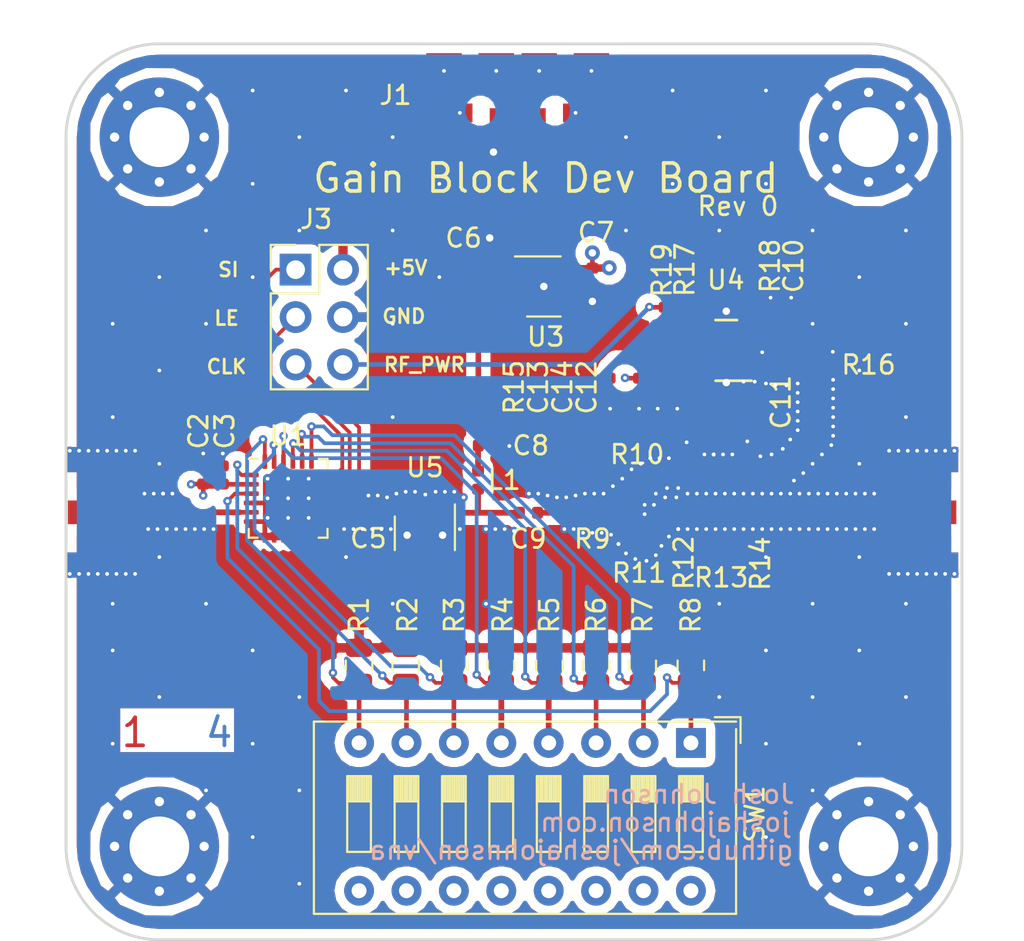
<source format=kicad_pcb>
(kicad_pcb (version 20171130) (host pcbnew "(5.0.2)-1")
  (layers (0 F.Cu signal) (1 In1.Cu signal) (2 In2.Cu signal) (31 B.Cu signal) (34 B.Paste user) (35 F.Paste user) (36 B.SilkS user) (37 F.SilkS user) (38 B.Mask user) (39 F.Mask user) (44 Edge.Cuts user))
  (net 0 "")
  (net 1 +5V)
  (net 2 GND)
  (net 3 +3.3VA)
  (net 4 "Net-(C5-Pad1)")
  (net 5 "Net-(C5-Pad2)")
  (net 6 "Net-(C9-Pad2)")
  (net 7 "Net-(C9-Pad1)")
  (net 8 "Net-(C10-Pad1)")
  (net 9 "Net-(C11-Pad2)")
  (net 10 "Net-(C11-Pad1)")
  (net 11 "Net-(C12-Pad2)")
  (net 12 "Net-(J1-Pad3)")
  (net 13 "Net-(J1-Pad4)")
  (net 14 "Net-(J1-Pad2)")
  (net 15 "Net-(J2-Pad1)")
  (net 16 /SI)
  (net 17 /LE)
  (net 18 /CLK)
  (net 19 /RF_PWR)
  (net 20 "Net-(J4-Pad1)")
  (net 21 "Net-(R1-Pad1)")
  (net 22 "Net-(R2-Pad1)")
  (net 23 "Net-(R3-Pad1)")
  (net 24 "Net-(R4-Pad1)")
  (net 25 "Net-(R5-Pad1)")
  (net 26 "Net-(R6-Pad1)")
  (net 27 "Net-(R7-Pad1)")
  (net 28 /nP_S)
  (net 29 "Net-(R10-Pad2)")
  (net 30 "Net-(R10-Pad1)")
  (net 31 "Net-(R15-Pad1)")
  (net 32 "Net-(R17-Pad1)")
  (net 33 "Net-(R17-Pad2)")
  (net 34 "Net-(U3-Pad4)")
  (module VNA_Footprints:QFN-24-1EP_4x4mm_P0.5mm_EP2.7x2.6mm_ThermalVias (layer F.Cu) (at 116.9 94.35)
    (fp_text reference U1 (at 0 -3.35) (layer F.SilkS))
    (fp_text value PE43711)
    (pad 25 smd roundrect (at 0 0) (size 2.7 2.6) (layers F.Cu F.Mask) (roundrect_rratio 0.096154) (net 2 GND))
    (pad 25 thru_hole circle (at -1.1 -1.05) (size 0.5 0.5) (drill 0.2) (layers *.Cu) (net 2 GND))
    (pad 25 thru_hole circle (at 0 -1.05) (size 0.5 0.5) (drill 0.2) (layers *.Cu) (net 2 GND))
    (pad 25 thru_hole circle (at 1.1 -1.05) (size 0.5 0.5) (drill 0.2) (layers *.Cu) (net 2 GND))
    (pad 25 thru_hole circle (at -1.1 0) (size 0.5 0.5) (drill 0.2) (layers *.Cu) (net 2 GND))
    (pad 25 thru_hole circle (at 0 0) (size 0.5 0.5) (drill 0.2) (layers *.Cu) (net 2 GND))
    (pad 25 thru_hole circle (at 1.1 0) (size 0.5 0.5) (drill 0.2) (layers *.Cu) (net 2 GND))
    (pad 25 thru_hole circle (at -1.1 1.05) (size 0.5 0.5) (drill 0.2) (layers *.Cu) (net 2 GND))
    (pad 25 thru_hole circle (at 0 1.05) (size 0.5 0.5) (drill 0.2) (layers *.Cu) (net 2 GND))
    (pad 25 thru_hole circle (at 1.1 1.05) (size 0.5 0.5) (drill 0.2) (layers *.Cu) (net 2 GND))
    (pad 1 smd roundrect (at -1.975 -1.25) (size 0.8 0.25) (layers F.Cu F.Paste F.Mask) (net 21 "Net-(R1-Pad1)"))
    (pad 2 smd roundrect (at -1.975 -0.75) (size 0.8 0.25) (layers F.Cu F.Paste F.Mask) (net 3 +3.3VA))
    (pad 3 smd roundrect (at -1.975 -0.25) (size 0.8 0.25) (layers F.Cu F.Paste F.Mask) (net 28 /nP_S))
    (pad 4 smd roundrect (at -1.975 0.25) (size 0.8 0.25) (layers F.Cu F.Paste F.Mask) (net 2 GND))
    (pad 5 smd roundrect (at -1.975 0.75) (size 0.8 0.25) (layers F.Cu F.Paste F.Mask) (net 15 "Net-(J2-Pad1)"))
    (pad 6 smd roundrect (at -1.975 1.25) (size 0.8 0.25) (layers F.Cu F.Paste F.Mask) (net 2 GND))
    (pad 7 smd roundrect (at -1.25 1.975) (size 0.25 0.8) (layers F.Cu F.Paste F.Mask) (net 2 GND))
    (pad 8 smd roundrect (at -0.75 1.975) (size 0.25 0.8) (layers F.Cu F.Paste F.Mask) (net 2 GND))
    (pad 9 smd roundrect (at -0.25 1.975) (size 0.25 0.8) (layers F.Cu F.Paste F.Mask) (net 2 GND))
    (pad 10 smd roundrect (at 0.25 1.975) (size 0.25 0.8) (layers F.Cu F.Paste F.Mask) (net 2 GND))
    (pad 11 smd roundrect (at 0.75 1.975) (size 0.25 0.8) (layers F.Cu F.Paste F.Mask) (net 2 GND))
    (pad 12 smd roundrect (at 1.25 1.975) (size 0.25 0.8) (layers F.Cu F.Paste F.Mask) (net 2 GND))
    (pad 13 smd roundrect (at 1.975 1.25) (size 0.8 0.25) (layers F.Cu F.Paste F.Mask) (net 2 GND))
    (pad 14 smd roundrect (at 1.975 0.75) (size 0.8 0.25) (layers F.Cu F.Paste F.Mask) (net 5 "Net-(C5-Pad2)"))
    (pad 15 smd roundrect (at 1.975 0.25) (size 0.8 0.25) (layers F.Cu F.Paste F.Mask) (net 2 GND))
    (pad 16 smd roundrect (at 1.975 -0.25) (size 0.8 0.25) (layers F.Cu F.Paste F.Mask) (net 18 /CLK))
    (pad 17 smd roundrect (at 1.975 -0.75) (size 0.8 0.25) (layers F.Cu F.Paste F.Mask) (net 17 /LE))
    (pad 18 smd roundrect (at 1.975 -1.25) (size 0.8 0.25) (layers F.Cu F.Paste F.Mask) (net 16 /SI))
    (pad 19 smd roundrect (at 1.25 -1.975) (size 0.25 0.8) (layers F.Cu F.Paste F.Mask) (net 27 "Net-(R7-Pad1)"))
    (pad 20 smd roundrect (at 0.75 -1.975) (size 0.25 0.8) (layers F.Cu F.Paste F.Mask) (net 26 "Net-(R6-Pad1)"))
    (pad 21 smd roundrect (at 0.25 -1.975) (size 0.25 0.8) (layers F.Cu F.Paste F.Mask) (net 25 "Net-(R5-Pad1)"))
    (pad 22 smd roundrect (at -0.25 -1.975) (size 0.25 0.8) (layers F.Cu F.Paste F.Mask) (net 24 "Net-(R4-Pad1)"))
    (pad 23 smd roundrect (at -0.75 -1.975) (size 0.25 0.8) (layers F.Cu F.Paste F.Mask) (net 23 "Net-(R3-Pad1)"))
    (pad 24 smd roundrect (at -1.25 -1.975) (size 0.25 0.8) (layers F.Cu F.Paste F.Mask) (net 22 "Net-(R2-Pad1)"))
  )
  (module Capacitor_SMD:C_0402_1005Metric (layer F.Cu) (at 112.35 93.1 270)
    (fp_text reference C2 (at -2.35 0.25 270) (layer F.SilkS))
    (fp_text value 100n)
    (pad 2 smd roundrect (at 0.485 0 270) (size 0.59 0.64) (layers F.Cu F.Paste F.Mask) (net 3 +3.3VA))
    (pad 1 smd roundrect (at -0.485 0 270) (size 0.59 0.64) (layers F.Cu F.Paste F.Mask) (net 2 GND))
  )
  (module Capacitor_SMD:C_0402_1005Metric (layer F.Cu) (at 113.4 93.1 270)
    (fp_text reference C3 (at -2.35 -0.1 270) (layer F.SilkS))
    (fp_text value 100p)
    (pad 1 smd roundrect (at -0.485 0 270) (size 0.59 0.64) (layers F.Cu F.Paste F.Mask) (net 2 GND))
    (pad 2 smd roundrect (at 0.485 0 270) (size 0.59 0.64) (layers F.Cu F.Paste F.Mask) (net 3 +3.3VA))
  )
  (module Capacitor_SMD:C_0402_1005Metric (layer F.Cu) (at 121.2 95.1 180)
    (fp_text reference C5 (at 0 -1.4 180) (layer F.SilkS))
    (fp_text value 100p)
    (pad 1 smd roundrect (at -0.485 0 180) (size 0.59 0.64) (layers F.Cu F.Paste F.Mask) (net 4 "Net-(C5-Pad1)"))
    (pad 2 smd roundrect (at 0.485 0 180) (size 0.59 0.64) (layers F.Cu F.Paste F.Mask) (net 5 "Net-(C5-Pad2)"))
  )
  (module Capacitor_SMD:C_0402_1005Metric (layer F.Cu) (at 129 80.4 180)
    (fp_text reference C6 (at 2.7 0 180) (layer F.SilkS))
    (fp_text value 1u)
    (pad 1 smd roundrect (at -0.485 0 180) (size 0.59 0.64) (layers F.Cu F.Paste F.Mask) (net 1 +5V))
    (pad 2 smd roundrect (at 0.485 0 180) (size 0.59 0.64) (layers F.Cu F.Paste F.Mask) (net 2 GND))
  )
  (module Capacitor_SMD:C_0402_1005Metric (layer F.Cu) (at 133.2 82.5 270)
    (fp_text reference C7 (at -2.4 -0.2) (layer F.SilkS))
    (fp_text value 1u)
    (pad 2 smd roundrect (at 0.485 0 270) (size 0.59 0.64) (layers F.Cu F.Paste F.Mask) (net 2 GND))
    (pad 1 smd roundrect (at -0.485 0 270) (size 0.59 0.64) (layers F.Cu F.Paste F.Mask) (net 3 +3.3VA))
  )
  (module Capacitor_SMD:C_0402_1005Metric (layer F.Cu) (at 127.575 91.525)
    (fp_text reference C8 (at 2.325 0) (layer F.SilkS))
    (fp_text value 100p)
    (pad 1 smd roundrect (at -0.485 0) (size 0.59 0.64) (layers F.Cu F.Paste F.Mask) (net 1 +5V))
    (pad 2 smd roundrect (at 0.485 0) (size 0.59 0.64) (layers F.Cu F.Paste F.Mask) (net 2 GND))
  )
  (module Capacitor_SMD:C_0402_1005Metric (layer F.Cu) (at 129.775 95.125 180)
    (fp_text reference C9 (at 0 -1.4 180) (layer F.SilkS))
    (fp_text value 100p)
    (pad 2 smd roundrect (at 0.485 0 180) (size 0.59 0.64) (layers F.Cu F.Paste F.Mask) (net 6 "Net-(C9-Pad2)"))
    (pad 1 smd roundrect (at -0.485 0 180) (size 0.59 0.64) (layers F.Cu F.Paste F.Mask) (net 7 "Net-(C9-Pad1)"))
  )
  (module Capacitor_SMD:C_0402_1005Metric (layer F.Cu) (at 143.85 84.675 90)
    (fp_text reference C10 (at 2.775 0.125 90) (layer F.SilkS))
    (fp_text value 8.2p)
    (pad 2 smd roundrect (at 0.485 0 90) (size 0.59 0.64) (layers F.Cu F.Paste F.Mask) (net 2 GND))
    (pad 1 smd roundrect (at -0.485 0 90) (size 0.59 0.64) (layers F.Cu F.Paste F.Mask) (net 8 "Net-(C10-Pad1)"))
  )
  (module Capacitor_SMD:C_0402_1005Metric (layer F.Cu) (at 143.375 87.175 180)
    (fp_text reference C11 (at 0.075 -2.025 90) (layer F.SilkS))
    (fp_text value 47n)
    (pad 2 smd roundrect (at 0.485 0 180) (size 0.59 0.64) (layers F.Cu F.Paste F.Mask) (net 9 "Net-(C11-Pad2)"))
    (pad 1 smd roundrect (at -0.485 0 180) (size 0.59 0.64) (layers F.Cu F.Paste F.Mask) (net 10 "Net-(C11-Pad1)"))
  )
  (module Capacitor_SMD:C_0402_1005Metric (layer F.Cu) (at 137.75 88.4 90)
    (fp_text reference C12 (at 0 -4.85 90) (layer F.SilkS))
    (fp_text value 47n)
    (pad 1 smd roundrect (at -0.485 0 90) (size 0.59 0.64) (layers F.Cu F.Paste F.Mask) (net 2 GND))
    (pad 2 smd roundrect (at 0.485 0 90) (size 0.59 0.64) (layers F.Cu F.Paste F.Mask) (net 11 "Net-(C12-Pad2)"))
  )
  (module VNA_Footprints:MicroUSB_Aliexpress (layer F.Cu) (at 129.2 70 180)
    (fp_text reference J1 (at 6.55 -2.75 180) (layer F.SilkS))
    (fp_text value USB_B_Micro)
    (pad 6 smd rect (at 1.15 -1.45 180) (size 1.9 1.9) (layers F.Cu F.Paste F.Mask) (net 2 GND))
    (pad 6 smd rect (at -1.15 -1.45 180) (size 1.9 1.9) (layers F.Cu F.Paste F.Mask) (net 2 GND))
    (pad 6 smd rect (at -3.95 -1.45 180) (size 1.9 1.9) (layers F.Cu F.Paste F.Mask) (net 2 GND))
    (pad 6 smd rect (at 3.95 -1.45 180) (size 1.9 1.9) (layers F.Cu F.Paste F.Mask) (net 2 GND))
    (pad 6 smd rect (at 3.1 -3.7 180) (size 1.35 1) (layers F.Cu F.Paste F.Mask) (net 2 GND))
    (pad 6 smd rect (at -3.1 -3.7 180) (size 1.35 1) (layers F.Cu F.Paste F.Mask) (net 2 GND))
    (pad 3 smd rect (at 0 -4.125 180) (size 0.4 1.35) (layers F.Cu F.Paste F.Mask) (net 12 "Net-(J1-Pad3)"))
    (pad "" np_thru_hole circle (at -2 -3.58 180) (size 0.6 0.6) (drill 0.6) (layers *.Cu *.Mask))
    (pad "" np_thru_hole circle (at 2 -3.58 180) (size 0.6 0.6) (drill 0.6) (layers *.Mask F.Cu))
    (pad 5 smd rect (at 1.3 -4.125 180) (size 0.4 1.35) (layers F.Cu F.Paste F.Mask) (net 2 GND))
    (pad 4 smd rect (at 0.65 -4.125 180) (size 0.4 1.35) (layers F.Cu F.Paste F.Mask) (net 13 "Net-(J1-Pad4)"))
    (pad 1 smd rect (at -1.3 -4.125 180) (size 0.4 1.35) (layers F.Cu F.Paste F.Mask) (net 1 +5V))
    (pad 2 smd rect (at -0.65 -4.125 180) (size 0.4 1.35) (layers F.Cu F.Paste F.Mask) (net 14 "Net-(J1-Pad2)"))
  )
  (module VNA_Footprints:SMA_EDGE_MOUNT (layer F.Cu) (at 107.1 95.1 180)
    (fp_text reference J2)
    (fp_text value RF_IN)
    (pad 1 smd rect (at 0.2 0 270) (size 1.27 3.6) (layers F.Cu F.Mask) (net 15 "Net-(J2-Pad1)"))
    (pad 2 smd rect (at 0 -2.825 270) (size 1.35 4.2) (layers F.Cu F.Mask) (net 2 GND))
    (pad 2 smd rect (at 0 2.825 270) (size 1.35 4.2) (layers F.Cu F.Mask) (net 2 GND))
    (pad 2 smd rect (at 0 -2.825 270) (size 1.35 4.2) (layers B.Cu B.Mask) (net 2 GND))
    (pad 2 smd rect (at 0 2.825 270) (size 1.35 4.2) (layers B.Cu B.Mask) (net 2 GND))
  )
  (module VNA_Footprints:SMA_EDGE_MOUNT (layer F.Cu) (at 150.7 95.1)
    (fp_text reference J4)
    (fp_text value RF_OUT)
    (pad 2 smd rect (at 0 2.825 90) (size 1.35 4.2) (layers B.Cu B.Mask) (net 2 GND))
    (pad 2 smd rect (at 0 -2.825 90) (size 1.35 4.2) (layers B.Cu B.Mask) (net 2 GND))
    (pad 2 smd rect (at 0 2.825 90) (size 1.35 4.2) (layers F.Cu F.Mask) (net 2 GND))
    (pad 2 smd rect (at 0 -2.825 90) (size 1.35 4.2) (layers F.Cu F.Mask) (net 2 GND))
    (pad 1 smd rect (at 0.2 0 90) (size 1.27 3.6) (layers F.Cu F.Mask) (net 20 "Net-(J4-Pad1)"))
  )
  (module Inductor_SMD:L_0402_1005Metric (layer F.Cu) (at 127.075 93.375 270)
    (fp_text reference L1 (at 0 -1.4) (layer F.SilkS))
    (fp_text value 22n)
    (pad 1 smd roundrect (at -0.485 0 270) (size 0.59 0.64) (layers F.Cu F.Paste F.Mask) (net 1 +5V))
    (pad 2 smd roundrect (at 0.485 0 270) (size 0.59 0.64) (layers F.Cu F.Paste F.Mask) (net 6 "Net-(C9-Pad2)"))
  )
  (module Resistor_SMD:R_0805_2012Metric (layer F.Cu) (at 120.7 103.3 90)
    (fp_text reference R1 (at 2.7 0 90) (layer F.SilkS))
    (fp_text value 10k)
    (pad 1 smd roundrect (at -0.9375 0 90) (size 0.975 1.4) (layers F.Cu F.Paste F.Mask) (net 21 "Net-(R1-Pad1)"))
    (pad 2 smd roundrect (at 0.9375 0 90) (size 0.975 1.4) (layers F.Cu F.Paste F.Mask) (net 2 GND))
  )
  (module Resistor_SMD:R_0805_2012Metric (layer F.Cu) (at 123.2 103.3 90)
    (fp_text reference R2 (at 2.7 0.1 90) (layer F.SilkS))
    (fp_text value 10k)
    (pad 2 smd roundrect (at 0.9375 0 90) (size 0.975 1.4) (layers F.Cu F.Paste F.Mask) (net 2 GND))
    (pad 1 smd roundrect (at -0.9375 0 90) (size 0.975 1.4) (layers F.Cu F.Paste F.Mask) (net 22 "Net-(R2-Pad1)"))
  )
  (module Resistor_SMD:R_0805_2012Metric (layer F.Cu) (at 125.8 103.3 90)
    (fp_text reference R3 (at 2.7 0 90) (layer F.SilkS))
    (fp_text value 10k)
    (pad 1 smd roundrect (at -0.9375 0 90) (size 0.975 1.4) (layers F.Cu F.Paste F.Mask) (net 23 "Net-(R3-Pad1)"))
    (pad 2 smd roundrect (at 0.9375 0 90) (size 0.975 1.4) (layers F.Cu F.Paste F.Mask) (net 2 GND))
  )
  (module Resistor_SMD:R_0805_2012Metric (layer F.Cu) (at 128.3 103.3 90)
    (fp_text reference R4 (at 2.7 0.1 90) (layer F.SilkS))
    (fp_text value 10k)
    (pad 2 smd roundrect (at 0.9375 0 90) (size 0.975 1.4) (layers F.Cu F.Paste F.Mask) (net 2 GND))
    (pad 1 smd roundrect (at -0.9375 0 90) (size 0.975 1.4) (layers F.Cu F.Paste F.Mask) (net 24 "Net-(R4-Pad1)"))
  )
  (module Resistor_SMD:R_0805_2012Metric (layer F.Cu) (at 130.9 103.3 90)
    (fp_text reference R5 (at 2.7 0 90) (layer F.SilkS))
    (fp_text value 10k)
    (pad 1 smd roundrect (at -0.9375 0 90) (size 0.975 1.4) (layers F.Cu F.Paste F.Mask) (net 25 "Net-(R5-Pad1)"))
    (pad 2 smd roundrect (at 0.9375 0 90) (size 0.975 1.4) (layers F.Cu F.Paste F.Mask) (net 2 GND))
  )
  (module Resistor_SMD:R_0805_2012Metric (layer F.Cu) (at 133.4 103.3 90)
    (fp_text reference R6 (at 2.7 0 90) (layer F.SilkS))
    (fp_text value 10k)
    (pad 2 smd roundrect (at 0.9375 0 90) (size 0.975 1.4) (layers F.Cu F.Paste F.Mask) (net 2 GND))
    (pad 1 smd roundrect (at -0.9375 0 90) (size 0.975 1.4) (layers F.Cu F.Paste F.Mask) (net 26 "Net-(R6-Pad1)"))
  )
  (module Resistor_SMD:R_0805_2012Metric (layer F.Cu) (at 135.9 103.3 90)
    (fp_text reference R7 (at 2.7 0 90) (layer F.SilkS))
    (fp_text value 10k)
    (pad 1 smd roundrect (at -0.9375 0 90) (size 0.975 1.4) (layers F.Cu F.Paste F.Mask) (net 27 "Net-(R7-Pad1)"))
    (pad 2 smd roundrect (at 0.9375 0 90) (size 0.975 1.4) (layers F.Cu F.Paste F.Mask) (net 2 GND))
  )
  (module Resistor_SMD:R_0805_2012Metric (layer F.Cu) (at 138.475 103.3 90)
    (fp_text reference R8 (at 2.7 0 90) (layer F.SilkS))
    (fp_text value 10k)
    (pad 2 smd roundrect (at 0.9375 0 90) (size 0.975 1.4) (layers F.Cu F.Paste F.Mask) (net 2 GND))
    (pad 1 smd roundrect (at -0.9375 0 90) (size 0.975 1.4) (layers F.Cu F.Paste F.Mask) (net 28 /nP_S))
  )
  (module Resistor_SMD:R_0402_1005Metric (layer F.Cu) (at 133.2 95.125 180)
    (fp_text reference R9 (at 0 -1.4 180) (layer F.SilkS))
    (fp_text value 16)
    (pad 1 smd roundrect (at -0.485 0 180) (size 0.59 0.64) (layers F.Cu F.Paste F.Mask) (net 29 "Net-(R10-Pad2)"))
    (pad 2 smd roundrect (at 0.485 0 180) (size 0.59 0.64) (layers F.Cu F.Paste F.Mask) (net 7 "Net-(C9-Pad1)"))
  )
  (module Resistor_SMD:R_0402_1005Metric (layer F.Cu) (at 135.5 93.9 225)
    (fp_text reference R10 (at -1.414214 1.272792) (layer F.SilkS))
    (fp_text value 16)
    (pad 1 smd roundrect (at -0.485 0 225) (size 0.59 0.64) (layers F.Cu F.Paste F.Mask) (net 30 "Net-(R10-Pad1)"))
    (pad 2 smd roundrect (at 0.485 0 225) (size 0.59 0.64) (layers F.Cu F.Paste F.Mask) (net 29 "Net-(R10-Pad2)"))
  )
  (module Resistor_SMD:R_0402_1005Metric (layer F.Cu) (at 135.5 96.25 135)
    (fp_text reference R11 (at -1.626346 -1.343503 180) (layer F.SilkS))
    (fp_text value 16)
    (pad 2 smd roundrect (at 0.485 0 135) (size 0.59 0.64) (layers F.Cu F.Paste F.Mask) (net 29 "Net-(R10-Pad2)"))
    (pad 1 smd roundrect (at -0.485 0 135) (size 0.59 0.64) (layers F.Cu F.Paste F.Mask) (net 20 "Net-(J4-Pad1)"))
  )
  (module Resistor_SMD:R_0402_1005Metric (layer F.Cu) (at 138.25 92.5 90)
    (fp_text reference R12 (at -5.3 -0.15 90) (layer F.SilkS))
    (fp_text value OPT)
    (pad 1 smd roundrect (at -0.485 0 90) (size 0.59 0.64) (layers F.Cu F.Paste F.Mask) (net 30 "Net-(R10-Pad1)"))
    (pad 2 smd roundrect (at 0.485 0 90) (size 0.59 0.64) (layers F.Cu F.Paste F.Mask) (net 2 GND))
  )
  (module Resistor_SMD:R_0402_1005Metric (layer F.Cu) (at 139.9 93 180)
    (fp_text reference R13 (at -0.2 -5.6) (layer F.SilkS))
    (fp_text value 0)
    (pad 2 smd roundrect (at 0.485 0 180) (size 0.59 0.64) (layers F.Cu F.Paste F.Mask) (net 30 "Net-(R10-Pad1)"))
    (pad 1 smd roundrect (at -0.485 0 180) (size 0.59 0.64) (layers F.Cu F.Paste F.Mask) (net 10 "Net-(C11-Pad1)"))
  )
  (module Resistor_SMD:R_0402_1005Metric (layer F.Cu) (at 141.5 92.5 90)
    (fp_text reference R14 (at -5.35 0.7 90) (layer F.SilkS))
    (fp_text value OPT)
    (pad 1 smd roundrect (at -0.485 0 90) (size 0.59 0.64) (layers F.Cu F.Paste F.Mask) (net 10 "Net-(C11-Pad1)"))
    (pad 2 smd roundrect (at 0.485 0 90) (size 0.59 0.64) (layers F.Cu F.Paste F.Mask) (net 2 GND))
  )
  (module Resistor_SMD:R_0402_1005Metric (layer F.Cu) (at 134.125 88.4 270)
    (fp_text reference R15 (at 0 5.125 270) (layer F.SilkS))
    (fp_text value 18k)
    (pad 1 smd roundrect (at -0.485 0 270) (size 0.59 0.64) (layers F.Cu F.Paste F.Mask) (net 31 "Net-(R15-Pad1)"))
    (pad 2 smd roundrect (at 0.485 0 270) (size 0.59 0.64) (layers F.Cu F.Paste F.Mask) (net 2 GND))
  )
  (module Resistor_SMD:R_0402_1005Metric (layer F.Cu) (at 145.6 87.2 180)
    (fp_text reference R16 (at -2.4 0 180) (layer F.SilkS))
    (fp_text value 52.3)
    (pad 2 smd roundrect (at 0.485 0 180) (size 0.59 0.64) (layers F.Cu F.Paste F.Mask) (net 10 "Net-(C11-Pad1)"))
    (pad 1 smd roundrect (at -0.485 0 180) (size 0.59 0.64) (layers F.Cu F.Paste F.Mask) (net 2 GND))
  )
  (module Resistor_SMD:R_0402_1005Metric (layer F.Cu) (at 138.2 84.6 90)
    (fp_text reference R17 (at 2.5 -0.05 90) (layer F.SilkS))
    (fp_text value OPT)
    (pad 1 smd roundrect (at -0.485 0 90) (size 0.59 0.64) (layers F.Cu F.Paste F.Mask) (net 32 "Net-(R17-Pad1)"))
    (pad 2 smd roundrect (at 0.485 0 90) (size 0.59 0.64) (layers F.Cu F.Paste F.Mask) (net 33 "Net-(R17-Pad2)"))
  )
  (module Resistor_SMD:R_0402_1005Metric (layer F.Cu) (at 142.75 84.675 90)
    (fp_text reference R18 (at 2.775 -0.025 90) (layer F.SilkS))
    (fp_text value OPT)
    (pad 2 smd roundrect (at 0.485 0 90) (size 0.59 0.64) (layers F.Cu F.Paste F.Mask) (net 2 GND))
    (pad 1 smd roundrect (at -0.485 0 90) (size 0.59 0.64) (layers F.Cu F.Paste F.Mask) (net 33 "Net-(R17-Pad2)"))
  )
  (module Resistor_SMD:R_0402_1005Metric (layer F.Cu) (at 137.075 84.6 270)
    (fp_text reference R19 (at -2.475 0.15 270) (layer F.SilkS))
    (fp_text value 1k)
    (pad 2 smd roundrect (at 0.485 0 270) (size 0.59 0.64) (layers F.Cu F.Paste F.Mask) (net 32 "Net-(R17-Pad1)"))
    (pad 1 smd roundrect (at -0.485 0 270) (size 0.59 0.64) (layers F.Cu F.Paste F.Mask) (net 19 /RF_PWR))
  )
  (module VNA_Footprints:SW_DIP_SPSTx08_Slide_9.9x21.7mm_W7.8mm_P2.54mm (layer F.Cu) (at 138.48 107.455 270)
    (fp_text reference SW1 (at 3.81 -3.42 270) (layer F.SilkS))
    (fp_text value SW_DIP_x08)
    (pad 1 thru_hole rect (at 0 0 270) (size 1.6 1.6) (drill 0.8) (layers *.Cu *.Mask) (net 28 /nP_S))
    (pad 9 thru_hole oval (at 7.92 17.78 270) (size 1.6 1.6) (drill 0.8) (layers *.Cu *.Mask) (net 3 +3.3VA))
    (pad 2 thru_hole oval (at 0 2.54 270) (size 1.6 1.6) (drill 0.8) (layers *.Cu *.Mask) (net 27 "Net-(R7-Pad1)"))
    (pad 10 thru_hole oval (at 7.92 15.24 270) (size 1.6 1.6) (drill 0.8) (layers *.Cu *.Mask) (net 3 +3.3VA))
    (pad 3 thru_hole oval (at 0 5.08 270) (size 1.6 1.6) (drill 0.8) (layers *.Cu *.Mask) (net 26 "Net-(R6-Pad1)"))
    (pad 11 thru_hole oval (at 7.92 12.7 270) (size 1.6 1.6) (drill 0.8) (layers *.Cu *.Mask) (net 3 +3.3VA))
    (pad 4 thru_hole oval (at 0 7.62 270) (size 1.6 1.6) (drill 0.8) (layers *.Cu *.Mask) (net 25 "Net-(R5-Pad1)"))
    (pad 12 thru_hole oval (at 7.92 10.16 270) (size 1.6 1.6) (drill 0.8) (layers *.Cu *.Mask) (net 3 +3.3VA))
    (pad 5 thru_hole oval (at 0 10.16 270) (size 1.6 1.6) (drill 0.8) (layers *.Cu *.Mask) (net 24 "Net-(R4-Pad1)"))
    (pad 13 thru_hole oval (at 7.92 7.62 270) (size 1.6 1.6) (drill 0.8) (layers *.Cu *.Mask) (net 3 +3.3VA))
    (pad 6 thru_hole oval (at 0 12.7 270) (size 1.6 1.6) (drill 0.8) (layers *.Cu *.Mask) (net 23 "Net-(R3-Pad1)"))
    (pad 14 thru_hole oval (at 7.92 5.08 270) (size 1.6 1.6) (drill 0.8) (layers *.Cu *.Mask) (net 3 +3.3VA))
    (pad 7 thru_hole oval (at 0 15.24 270) (size 1.6 1.6) (drill 0.8) (layers *.Cu *.Mask) (net 22 "Net-(R2-Pad1)"))
    (pad 15 thru_hole oval (at 7.92 2.54 270) (size 1.6 1.6) (drill 0.8) (layers *.Cu *.Mask) (net 3 +3.3VA))
    (pad 8 thru_hole oval (at 0 17.78 270) (size 1.6 1.6) (drill 0.8) (layers *.Cu *.Mask) (net 21 "Net-(R1-Pad1)"))
    (pad 16 thru_hole oval (at 7.92 0 270) (size 1.6 1.6) (drill 0.8) (layers *.Cu *.Mask) (net 3 +3.3VA))
  )
  (module Package_TO_SOT_SMD:SOT-23-5 (layer F.Cu) (at 130.6 83)
    (fp_text reference U3 (at 0.1 2.7) (layer F.SilkS))
    (fp_text value LP5907MFX-3.3)
    (pad 1 smd rect (at -1.1 -0.95) (size 1.06 0.65) (layers F.Cu F.Paste F.Mask) (net 1 +5V))
    (pad 2 smd rect (at -1.1 0) (size 1.06 0.65) (layers F.Cu F.Paste F.Mask) (net 2 GND))
    (pad 3 smd rect (at -1.1 0.95) (size 1.06 0.65) (layers F.Cu F.Paste F.Mask) (net 1 +5V))
    (pad 4 smd rect (at 1.1 0.95) (size 1.06 0.65) (layers F.Cu F.Paste F.Mask) (net 34 "Net-(U3-Pad4)"))
    (pad 5 smd rect (at 1.1 -0.95) (size 1.06 0.65) (layers F.Cu F.Paste F.Mask) (net 3 +3.3VA))
  )
  (module Package_DFN_QFN:DFN-8-1EP_2x3mm_P0.5mm_EP0.61x2.2mm (layer F.Cu) (at 140.375 86.425 180)
    (fp_text reference U4 (at 0.025 3.775 180) (layer F.SilkS))
    (fp_text value AD8319)
    (pad 1 smd rect (at -0.925 -0.75 180) (size 0.7 0.25) (layers F.Cu F.Paste F.Mask) (net 9 "Net-(C11-Pad2)"))
    (pad 2 smd rect (at -0.925 -0.25 180) (size 0.7 0.25) (layers F.Cu F.Paste F.Mask) (net 2 GND))
    (pad 3 smd rect (at -0.925 0.25 180) (size 0.7 0.25) (layers F.Cu F.Paste F.Mask) (net 8 "Net-(C10-Pad1)"))
    (pad 4 smd rect (at -0.925 0.75 180) (size 0.7 0.25) (layers F.Cu F.Paste F.Mask) (net 33 "Net-(R17-Pad2)"))
    (pad 5 smd rect (at 0.925 0.75 180) (size 0.7 0.25) (layers F.Cu F.Paste F.Mask) (net 32 "Net-(R17-Pad1)"))
    (pad 6 smd rect (at 0.925 0.25 180) (size 0.7 0.25) (layers F.Cu F.Paste F.Mask) (net 31 "Net-(R15-Pad1)"))
    (pad 7 smd rect (at 0.925 -0.25 180) (size 0.7 0.25) (layers F.Cu F.Paste F.Mask) (net 3 +3.3VA))
    (pad 8 smd rect (at 0.925 -0.75 180) (size 0.7 0.25) (layers F.Cu F.Paste F.Mask) (net 11 "Net-(C12-Pad2)"))
    (pad 9 smd rect (at 0 0 180) (size 0.61 2.2) (layers F.Cu F.Mask) (net 2 GND))
  )
  (module Capacitor_SMD:C_0402_1005Metric (layer F.Cu) (at 135.7 88.4 90)
    (fp_text reference C13 (at 0 -5.4 90) (layer F.SilkS))
    (fp_text value 100n)
    (pad 1 smd roundrect (at -0.485 0 90) (size 0.59 0.64) (layers F.Cu F.Paste F.Mask) (net 2 GND))
    (pad 2 smd roundrect (at 0.485 0 90) (size 0.59 0.64) (layers F.Cu F.Paste F.Mask) (net 3 +3.3VA))
  )
  (module Capacitor_SMD:C_0402_1005Metric (layer F.Cu) (at 136.725 88.4 90)
    (fp_text reference C14 (at 0 -5.125 90) (layer F.SilkS))
    (fp_text value 100p)
    (pad 2 smd roundrect (at 0.485 0 90) (size 0.59 0.64) (layers F.Cu F.Paste F.Mask) (net 3 +3.3VA))
    (pad 1 smd roundrect (at -0.485 0 90) (size 0.59 0.64) (layers F.Cu F.Paste F.Mask) (net 2 GND))
  )
  (module MountingHole:MountingHole_3.2mm_M3_Pad_Via (layer F.Cu) (at 110 75)
    (fp_text reference H1)
    (fp_text value MountingHole_Pad)
    (pad 1 thru_hole circle (at 1.697056 -1.697056) (size 0.8 0.8) (drill 0.5) (layers *.Cu *.Mask) (net 2 GND))
    (pad 1 thru_hole circle (at 0 -2.4) (size 0.8 0.8) (drill 0.5) (layers *.Cu *.Mask) (net 2 GND))
    (pad 1 thru_hole circle (at -1.697056 -1.697056) (size 0.8 0.8) (drill 0.5) (layers *.Cu *.Mask) (net 2 GND))
    (pad 1 thru_hole circle (at -2.4 0) (size 0.8 0.8) (drill 0.5) (layers *.Cu *.Mask) (net 2 GND))
    (pad 1 thru_hole circle (at -1.697056 1.697056) (size 0.8 0.8) (drill 0.5) (layers *.Cu *.Mask) (net 2 GND))
    (pad 1 thru_hole circle (at 0 2.4) (size 0.8 0.8) (drill 0.5) (layers *.Cu *.Mask) (net 2 GND))
    (pad 1 thru_hole circle (at 1.697056 1.697056) (size 0.8 0.8) (drill 0.5) (layers *.Cu *.Mask) (net 2 GND))
    (pad 1 thru_hole circle (at 2.4 0) (size 0.8 0.8) (drill 0.5) (layers *.Cu *.Mask) (net 2 GND))
    (pad 1 thru_hole circle (at 0 0) (size 6.4 6.4) (drill 3.2) (layers *.Cu *.Mask) (net 2 GND))
  )
  (module MountingHole:MountingHole_3.2mm_M3_Pad_Via (layer F.Cu) (at 148 113)
    (fp_text reference H2)
    (fp_text value MountingHole_Pad)
    (pad 1 thru_hole circle (at 0 0) (size 6.4 6.4) (drill 3.2) (layers *.Cu *.Mask) (net 2 GND))
    (pad 1 thru_hole circle (at 2.4 0) (size 0.8 0.8) (drill 0.5) (layers *.Cu *.Mask) (net 2 GND))
    (pad 1 thru_hole circle (at 1.697056 1.697056) (size 0.8 0.8) (drill 0.5) (layers *.Cu *.Mask) (net 2 GND))
    (pad 1 thru_hole circle (at 0 2.4) (size 0.8 0.8) (drill 0.5) (layers *.Cu *.Mask) (net 2 GND))
    (pad 1 thru_hole circle (at -1.697056 1.697056) (size 0.8 0.8) (drill 0.5) (layers *.Cu *.Mask) (net 2 GND))
    (pad 1 thru_hole circle (at -2.4 0) (size 0.8 0.8) (drill 0.5) (layers *.Cu *.Mask) (net 2 GND))
    (pad 1 thru_hole circle (at -1.697056 -1.697056) (size 0.8 0.8) (drill 0.5) (layers *.Cu *.Mask) (net 2 GND))
    (pad 1 thru_hole circle (at 0 -2.4) (size 0.8 0.8) (drill 0.5) (layers *.Cu *.Mask) (net 2 GND))
    (pad 1 thru_hole circle (at 1.697056 -1.697056) (size 0.8 0.8) (drill 0.5) (layers *.Cu *.Mask) (net 2 GND))
  )
  (module MountingHole:MountingHole_3.2mm_M3_Pad_Via (layer F.Cu) (at 110 113)
    (fp_text reference H3)
    (fp_text value MountingHole_Pad)
    (pad 1 thru_hole circle (at 0 0) (size 6.4 6.4) (drill 3.2) (layers *.Cu *.Mask) (net 2 GND))
    (pad 1 thru_hole circle (at 2.4 0) (size 0.8 0.8) (drill 0.5) (layers *.Cu *.Mask) (net 2 GND))
    (pad 1 thru_hole circle (at 1.697056 1.697056) (size 0.8 0.8) (drill 0.5) (layers *.Cu *.Mask) (net 2 GND))
    (pad 1 thru_hole circle (at 0 2.4) (size 0.8 0.8) (drill 0.5) (layers *.Cu *.Mask) (net 2 GND))
    (pad 1 thru_hole circle (at -1.697056 1.697056) (size 0.8 0.8) (drill 0.5) (layers *.Cu *.Mask) (net 2 GND))
    (pad 1 thru_hole circle (at -2.4 0) (size 0.8 0.8) (drill 0.5) (layers *.Cu *.Mask) (net 2 GND))
    (pad 1 thru_hole circle (at -1.697056 -1.697056) (size 0.8 0.8) (drill 0.5) (layers *.Cu *.Mask) (net 2 GND))
    (pad 1 thru_hole circle (at 0 -2.4) (size 0.8 0.8) (drill 0.5) (layers *.Cu *.Mask) (net 2 GND))
    (pad 1 thru_hole circle (at 1.697056 -1.697056) (size 0.8 0.8) (drill 0.5) (layers *.Cu *.Mask) (net 2 GND))
  )
  (module MountingHole:MountingHole_3.2mm_M3_Pad_Via (layer F.Cu) (at 148 75)
    (fp_text reference H4)
    (fp_text value MountingHole_Pad)
    (pad 1 thru_hole circle (at 1.697056 -1.697056) (size 0.8 0.8) (drill 0.5) (layers *.Cu *.Mask) (net 2 GND))
    (pad 1 thru_hole circle (at 0 -2.4) (size 0.8 0.8) (drill 0.5) (layers *.Cu *.Mask) (net 2 GND))
    (pad 1 thru_hole circle (at -1.697056 -1.697056) (size 0.8 0.8) (drill 0.5) (layers *.Cu *.Mask) (net 2 GND))
    (pad 1 thru_hole circle (at -2.4 0) (size 0.8 0.8) (drill 0.5) (layers *.Cu *.Mask) (net 2 GND))
    (pad 1 thru_hole circle (at -1.697056 1.697056) (size 0.8 0.8) (drill 0.5) (layers *.Cu *.Mask) (net 2 GND))
    (pad 1 thru_hole circle (at 0 2.4) (size 0.8 0.8) (drill 0.5) (layers *.Cu *.Mask) (net 2 GND))
    (pad 1 thru_hole circle (at 1.697056 1.697056) (size 0.8 0.8) (drill 0.5) (layers *.Cu *.Mask) (net 2 GND))
    (pad 1 thru_hole circle (at 2.4 0) (size 0.8 0.8) (drill 0.5) (layers *.Cu *.Mask) (net 2 GND))
    (pad 1 thru_hole circle (at 0 0) (size 6.4 6.4) (drill 3.2) (layers *.Cu *.Mask) (net 2 GND))
  )
  (module Connector_PinHeader_2.54mm:PinHeader_2x03_P2.54mm_Vertical (layer F.Cu) (at 117.3 82.1)
    (fp_text reference J3 (at 1.1 -2.7 180) (layer F.SilkS))
    (fp_text value Conn_02x03_Odd_Even)
    (pad 1 thru_hole rect (at 0 0) (size 1.7 1.7) (drill 1) (layers *.Cu *.Mask) (net 16 /SI))
    (pad 2 thru_hole oval (at 2.54 0) (size 1.7 1.7) (drill 1) (layers *.Cu *.Mask) (net 1 +5V))
    (pad 3 thru_hole oval (at 0 2.54) (size 1.7 1.7) (drill 1) (layers *.Cu *.Mask) (net 17 /LE))
    (pad 4 thru_hole oval (at 2.54 2.54) (size 1.7 1.7) (drill 1) (layers *.Cu *.Mask) (net 2 GND))
    (pad 5 thru_hole oval (at 0 5.08) (size 1.7 1.7) (drill 1) (layers *.Cu *.Mask) (net 18 /CLK))
    (pad 6 thru_hole oval (at 2.54 5.08) (size 1.7 1.7) (drill 1) (layers *.Cu *.Mask) (net 19 /RF_PWR))
  )
  (module Package_TO_SOT_SMD:SOT-23-6 (layer F.Cu) (at 124.225 96.225 270)
    (fp_text reference U5 (at -3.525 0) (layer F.SilkS))
    (fp_text value HMC313)
    (pad 1 smd rect (at -1.1 -0.95 270) (size 1.06 0.65) (layers F.Cu F.Paste F.Mask) (net 6 "Net-(C9-Pad2)"))
    (pad 2 smd rect (at -1.1 0 270) (size 1.06 0.65) (layers F.Cu F.Paste F.Mask) (net 2 GND))
    (pad 3 smd rect (at -1.1 0.95 270) (size 1.06 0.65) (layers F.Cu F.Paste F.Mask) (net 4 "Net-(C5-Pad1)"))
    (pad 4 smd rect (at 1.1 0.95 270) (size 1.06 0.65) (layers F.Cu F.Paste F.Mask) (net 2 GND))
    (pad 6 smd rect (at 1.1 -0.95 270) (size 1.06 0.65) (layers F.Cu F.Paste F.Mask) (net 2 GND))
    (pad 5 smd rect (at 1.1 0 270) (size 1.06 0.65) (layers F.Cu F.Paste F.Mask) (net 2 GND))
  )
  (module VNA_Footprints:BoardTitle (layer F.Cu) (at 134 75)
    (fp_text reference REF**)
    (fp_text value "Board Title")
    (fp_text user "Rev 0" (at 7 3.7) (layer F.SilkS))
    (fp_text user "Gain Block Dev Board" (at -3.3 2.2) (layer F.SilkS) (effects (font (size 1.5 1.5) (thickness 0.2))))
  )
  (module VNA_Footprints:JoshDetails (layer B.Cu) (at 139.1 111.2 180)
    (fp_text reference REF**)
    (fp_text value "Josh Details")
    (fp_text user github.com/joshajohnson/vna (at 6.5 -2 180) (layer B.SilkS) (effects (justify mirror)))
    (fp_text user joshajohnson.com (at 2 -0.5 180) (layer B.SilkS) (effects (justify mirror)))
    (fp_text user "Josh Johnson" (at 0.2 1) (layer B.SilkS) (effects (justify mirror)))
  )
  (module VNA_Footprints:4LayerCheck (layer F.Cu) (at 111.2 106.9)
    (fp_text reference REF**)
    (fp_text value 4LayerCheck)
    (fp_text user 4 (at 2 0) (layer B.Cu) (effects (font (size 1.5 1.5) (thickness 0.2))))
    (fp_text user 1 (at -2.5 0) (layer F.Cu) (effects (font (size 1.5 1.5) (thickness 0.2))))
  )
  (module VNA_Footprints:OSHW_Logo_3.6x3.6_F.Mask (layer F.Cu) (at 110.9 103.3)
    (fp_text reference G*** hide)
    (fp_text value LOGO hide)
  )
  (gr_text CLK (at 113.6 87.3) (layer F.SilkS) (effects (font (size 0.75 0.75))))
  (gr_text LE (at 113.6 84.7) (layer F.SilkS) (effects (font (size 0.75 0.75))))
  (gr_text SI (at 113.7 82.1) (layer F.SilkS) (effects (font (size 0.75 0.75))))
  (gr_text RF_PWR (at 124.2 87.2) (layer F.SilkS) (effects (font (size 0.75 0.75))))
  (gr_text GND (at 123.1 84.6) (layer F.SilkS) (effects (font (size 0.75 0.75))))
  (gr_text +5V (at 123.2 82) (layer F.SilkS) (effects (font (size 0.75 0.75))))
  (gr_arc (start 110 113) (end 105 113) (angle -90) (layer Edge.Cuts) (width 0.15))
  (gr_line (start 148 118) (end 110 118) (layer Edge.Cuts) (width 0.15))
  (gr_line (start 105 113) (end 105 75) (layer Edge.Cuts) (width 0.15))
  (gr_arc (start 110 75) (end 110 70) (angle -90) (layer Edge.Cuts) (width 0.15))
  (gr_arc (start 148 113) (end 148 118) (angle -90) (layer Edge.Cuts) (width 0.15))
  (gr_line (start 153 75) (end 153 113) (layer Edge.Cuts) (width 0.15))
  (gr_arc (start 148 75) (end 153 75) (angle -90) (layer Edge.Cuts) (width 0.15))
  (gr_line (start 110 70) (end 148 70) (layer Edge.Cuts) (width 0.15))
  (segment (start 127.075 91.54) (end 127.09 91.525) (width 0.31) (layer F.Cu) (net 1))
  (segment (start 127.075 92.89) (end 127.075 91.54) (width 0.31) (layer F.Cu) (net 1))
  (segment (start 128.47 82.05) (end 129.5 82.05) (width 0.5) (layer F.Cu) (net 1))
  (segment (start 128.3 82.22) (end 128.47 82.05) (width 0.5) (layer F.Cu) (net 1))
  (segment (start 128.47 83.95) (end 129.5 83.95) (width 0.5) (layer F.Cu) (net 1))
  (segment (start 128.3 83.78) (end 128.47 83.95) (width 0.5) (layer F.Cu) (net 1))
  (segment (start 128.3 82.6) (end 128.3 82.22) (width 0.5) (layer F.Cu) (net 1))
  (segment (start 128.3 83.1) (end 128.3 82.6) (width 0.5) (layer F.Cu) (net 1))
  (segment (start 130.5 74.125) (end 130.5 75.3) (width 0.4) (layer F.Cu) (net 1))
  (segment (start 120.355 82.615) (end 119.84 82.1) (width 0.3) (layer F.Cu) (net 1))
  (segment (start 129.5 76.9) (end 129.5 82.05) (width 0.5) (layer F.Cu) (net 1))
  (segment (start 130.5 75.3) (end 130.5 75.9) (width 0.5) (layer F.Cu) (net 1))
  (segment (start 130.5 75.9) (end 129.5 76.9) (width 0.5) (layer F.Cu) (net 1))
  (segment (start 129.5 76.9) (end 122.85 76.9) (width 0.5) (layer F.Cu) (net 1))
  (segment (start 119.84 79.91) (end 119.84 82.1) (width 0.5) (layer F.Cu) (net 1))
  (segment (start 122.85 76.9) (end 119.84 79.91) (width 0.5) (layer F.Cu) (net 1))
  (segment (start 128.200001 83.400001) (end 128.3 83.5) (width 0.25) (layer F.Cu) (net 1))
  (segment (start 128.3 83.1) (end 128.3 83.5) (width 0.5) (layer F.Cu) (net 1))
  (segment (start 128.3 83.5) (end 128.3 83.78) (width 0.5) (layer F.Cu) (net 1))
  (segment (start 128.3 83.15) (end 128.3 83.5) (width 0.3) (layer F.Cu) (net 1))
  (segment (start 127.5 83.15) (end 128.3 83.15) (width 0.3) (layer F.Cu) (net 1))
  (segment (start 127.09 91.525) (end 127.09 83.56) (width 0.3) (layer F.Cu) (net 1))
  (segment (start 127.09 83.56) (end 127.5 83.15) (width 0.3) (layer F.Cu) (net 1))
  (via (at 108.7 91.8) (size 0.45) (drill 0.2) (layers F.Cu B.Cu) (net 2))
  (via (at 108.2 91.8) (size 0.45) (drill 0.2) (layers F.Cu B.Cu) (net 2))
  (via (at 107.7 91.8) (size 0.45) (drill 0.2) (layers F.Cu B.Cu) (net 2))
  (via (at 107.2 91.8) (size 0.45) (drill 0.2) (layers F.Cu B.Cu) (net 2))
  (via (at 106.7 91.8) (size 0.45) (drill 0.2) (layers F.Cu B.Cu) (net 2))
  (via (at 106.2 91.8) (size 0.45) (drill 0.2) (layers F.Cu B.Cu) (net 2))
  (via (at 105.7 91.8) (size 0.45) (drill 0.2) (layers F.Cu B.Cu) (net 2))
  (via (at 105.2 91.8) (size 0.45) (drill 0.2) (layers F.Cu B.Cu) (net 2))
  (via (at 126.1 73.7) (size 0.45) (drill 0.2) (layers F.Cu B.Cu) (net 2))
  (via (at 132.3 73.7) (size 0.45) (drill 0.2) (layers F.Cu B.Cu) (net 2))
  (via (at 133.15 71.45) (size 0.45) (drill 0.2) (layers F.Cu B.Cu) (net 2))
  (via (at 130.35 71.45) (size 0.45) (drill 0.2) (layers F.Cu B.Cu) (net 2))
  (via (at 128.05 71.45) (size 0.45) (drill 0.2) (layers F.Cu B.Cu) (net 2))
  (via (at 125.25 71.45) (size 0.45) (drill 0.2) (layers F.Cu B.Cu) (net 2))
  (via (at 113.4 91.95) (size 0.45) (drill 0.2) (layers F.Cu B.Cu) (net 2))
  (segment (start 113.4 92.615) (end 113.4 91.95) (width 0.25) (layer F.Cu) (net 2))
  (via (at 112.35 91.95) (size 0.45) (drill 0.2) (layers F.Cu B.Cu) (net 2))
  (segment (start 112.35 92.615) (end 112.35 91.95) (width 0.25) (layer F.Cu) (net 2))
  (segment (start 124.225 95.125) (end 124.225 97.325) (width 0.31) (layer F.Cu) (net 2))
  (segment (start 123.275 97.325) (end 125.175 97.325) (width 0.31) (layer F.Cu) (net 2))
  (via (at 123.275 96.325) (size 0.8) (drill 0.4) (layers F.Cu B.Cu) (net 2))
  (segment (start 123.275 97.325) (end 123.275 96.325) (width 0.31) (layer F.Cu) (net 2))
  (via (at 125.175 96.325) (size 0.8) (drill 0.4) (layers F.Cu B.Cu) (net 2))
  (segment (start 125.175 97.325) (end 125.175 96.325) (width 0.31) (layer F.Cu) (net 2))
  (via (at 142.3 86.525) (size 0.45) (drill 0.2) (layers F.Cu B.Cu) (net 2))
  (segment (start 141.3 86.675) (end 142.15 86.675) (width 0.25) (layer F.Cu) (net 2))
  (segment (start 142.15 86.675) (end 142.3 86.525) (width 0.25) (layer F.Cu) (net 2))
  (segment (start 140.375 86.425) (end 140.375 84.325) (width 0.5) (layer F.Cu) (net 2))
  (via (at 140.375 84.325) (size 0.8) (drill 0.4) (layers F.Cu B.Cu) (net 2))
  (segment (start 140.375 86.425) (end 140.375 88.15) (width 0.5) (layer F.Cu) (net 2))
  (via (at 140.375 88.15) (size 0.8) (drill 0.4) (layers F.Cu B.Cu) (net 2))
  (segment (start 127.9 74.125) (end 127.9 75.05) (width 0.25) (layer F.Cu) (net 2))
  (via (at 133.2 83.8) (size 0.8) (drill 0.4) (layers F.Cu B.Cu) (net 2))
  (segment (start 133.2 82.985) (end 133.2 83.8) (width 0.3) (layer F.Cu) (net 2))
  (segment (start 114.925 94.6) (end 116.65 94.6) (width 0.25) (layer F.Cu) (net 2))
  (segment (start 114.925 95.6) (end 115.65 95.6) (width 0.25) (layer F.Cu) (net 2))
  (segment (start 115.65 95.6) (end 116.9 94.35) (width 0.25) (layer F.Cu) (net 2))
  (segment (start 115.65 96.325) (end 115.65 95.6) (width 0.25) (layer F.Cu) (net 2))
  (segment (start 116.15 95.1) (end 116.9 94.35) (width 0.25) (layer F.Cu) (net 2))
  (segment (start 116.15 96.325) (end 116.15 95.1) (width 0.25) (layer F.Cu) (net 2))
  (segment (start 116.65 94.6) (end 116.9 94.35) (width 0.25) (layer F.Cu) (net 2))
  (segment (start 116.65 96.325) (end 116.65 94.6) (width 0.25) (layer F.Cu) (net 2))
  (segment (start 117.15 96.325) (end 117.15 94.6) (width 0.25) (layer F.Cu) (net 2))
  (segment (start 117.65 95.1) (end 116.9 94.35) (width 0.25) (layer F.Cu) (net 2))
  (segment (start 117.65 96.325) (end 117.65 95.1) (width 0.25) (layer F.Cu) (net 2))
  (segment (start 118.15 96.325) (end 118.15 95.6) (width 0.25) (layer F.Cu) (net 2))
  (segment (start 118.15 95.6) (end 116.9 94.35) (width 0.25) (layer F.Cu) (net 2))
  (segment (start 118.875 95.6) (end 118.15 95.6) (width 0.25) (layer F.Cu) (net 2))
  (segment (start 117.15 94.6) (end 116.9 94.35) (width 0.25) (layer F.Cu) (net 2))
  (segment (start 118.875 94.6) (end 117.15 94.6) (width 0.25) (layer F.Cu) (net 2))
  (via (at 146.085 86.5) (size 0.45) (drill 0.2) (layers F.Cu B.Cu) (net 2))
  (segment (start 146.085 87.215) (end 146.085 86.5) (width 0.25) (layer F.Cu) (net 2))
  (via (at 142.75 83.6) (size 0.45) (drill 0.2) (layers F.Cu B.Cu) (net 2))
  (segment (start 142.75 84.19) (end 142.75 83.6) (width 0.25) (layer F.Cu) (net 2))
  (via (at 143.85 83.6) (size 0.45) (drill 0.2) (layers F.Cu B.Cu) (net 2))
  (segment (start 143.85 84.19) (end 143.85 83.6) (width 0.25) (layer F.Cu) (net 2))
  (via (at 137.75 89.55) (size 0.45) (drill 0.2) (layers F.Cu B.Cu) (net 2))
  (segment (start 137.75 88.885) (end 137.75 89.55) (width 0.25) (layer F.Cu) (net 2))
  (via (at 136.7 89.55) (size 0.45) (drill 0.2) (layers F.Cu B.Cu) (net 2))
  (segment (start 136.725 88.885) (end 136.725 89.525) (width 0.25) (layer F.Cu) (net 2))
  (segment (start 136.725 89.525) (end 136.7 89.55) (width 0.25) (layer F.Cu) (net 2))
  (via (at 135.7 89.55) (size 0.45) (drill 0.2) (layers F.Cu B.Cu) (net 2))
  (segment (start 135.7 88.885) (end 135.7 89.55) (width 0.25) (layer F.Cu) (net 2))
  (via (at 134.15 89.55) (size 0.45) (drill 0.2) (layers F.Cu B.Cu) (net 2))
  (segment (start 134.125 88.885) (end 134.125 89.525) (width 0.25) (layer F.Cu) (net 2))
  (segment (start 134.125 89.525) (end 134.15 89.55) (width 0.25) (layer F.Cu) (net 2))
  (via (at 138.25 91.35) (size 0.45) (drill 0.2) (layers F.Cu B.Cu) (net 2))
  (segment (start 138.25 92.015) (end 138.25 91.35) (width 0.25) (layer F.Cu) (net 2))
  (via (at 141.5 91.3) (size 0.45) (drill 0.2) (layers F.Cu B.Cu) (net 2))
  (segment (start 141.5 91.965) (end 141.5 91.3) (width 0.25) (layer F.Cu) (net 2))
  (via (at 124.25 94.15) (size 0.45) (drill 0.2) (layers F.Cu B.Cu) (net 2))
  (segment (start 124.225 95.125) (end 124.225 94.175) (width 0.25) (layer F.Cu) (net 2))
  (segment (start 124.225 94.175) (end 124.25 94.15) (width 0.25) (layer F.Cu) (net 2))
  (via (at 128.75 91.55) (size 0.45) (drill 0.2) (layers F.Cu B.Cu) (net 2))
  (segment (start 128.06 91.525) (end 128.725 91.525) (width 0.25) (layer F.Cu) (net 2))
  (segment (start 128.725 91.525) (end 128.75 91.55) (width 0.25) (layer F.Cu) (net 2))
  (via (at 130.6 83) (size 0.8) (drill 0.4) (layers F.Cu B.Cu) (net 2))
  (segment (start 129.5 83) (end 130.6 83) (width 0.4) (layer F.Cu) (net 2))
  (via (at 107.2 98.4) (size 0.45) (drill 0.2) (layers F.Cu B.Cu) (net 2))
  (via (at 105.7 98.4) (size 0.45) (drill 0.2) (layers F.Cu B.Cu) (net 2))
  (via (at 106.2 98.4) (size 0.45) (drill 0.2) (layers F.Cu B.Cu) (net 2))
  (via (at 107.7 98.4) (size 0.45) (drill 0.2) (layers F.Cu B.Cu) (net 2))
  (via (at 108.2 98.4) (size 0.45) (drill 0.2) (layers F.Cu B.Cu) (net 2))
  (via (at 106.7 98.4) (size 0.45) (drill 0.2) (layers F.Cu B.Cu) (net 2))
  (via (at 108.7 98.4) (size 0.45) (drill 0.2) (layers F.Cu B.Cu) (net 2))
  (via (at 105.2 98.4) (size 0.45) (drill 0.2) (layers F.Cu B.Cu) (net 2))
  (via (at 151.1 98.4) (size 0.45) (drill 0.2) (layers F.Cu B.Cu) (net 2))
  (via (at 150.1 98.4) (size 0.45) (drill 0.2) (layers F.Cu B.Cu) (net 2))
  (via (at 150.6 98.4) (size 0.45) (drill 0.2) (layers F.Cu B.Cu) (net 2))
  (via (at 152.6 98.4) (size 0.45) (drill 0.2) (layers F.Cu B.Cu) (net 2))
  (via (at 149.1 98.4) (size 0.45) (drill 0.2) (layers F.Cu B.Cu) (net 2))
  (via (at 151.6 98.4) (size 0.45) (drill 0.2) (layers F.Cu B.Cu) (net 2))
  (via (at 152.1 98.4) (size 0.45) (drill 0.2) (layers F.Cu B.Cu) (net 2))
  (via (at 149.6 98.4) (size 0.45) (drill 0.2) (layers F.Cu B.Cu) (net 2))
  (via (at 150.6 91.8) (size 0.45) (drill 0.2) (layers F.Cu B.Cu) (net 2))
  (via (at 152.6 91.8) (size 0.45) (drill 0.2) (layers F.Cu B.Cu) (net 2))
  (via (at 149.6 91.8) (size 0.45) (drill 0.2) (layers F.Cu B.Cu) (net 2))
  (via (at 149.1 91.8) (size 0.45) (drill 0.2) (layers F.Cu B.Cu) (net 2))
  (via (at 152.1 91.8) (size 0.45) (drill 0.2) (layers F.Cu B.Cu) (net 2))
  (via (at 151.1 91.8) (size 0.45) (drill 0.2) (layers F.Cu B.Cu) (net 2))
  (via (at 150.1 91.8) (size 0.45) (drill 0.2) (layers F.Cu B.Cu) (net 2))
  (via (at 151.6 91.8) (size 0.45) (drill 0.2) (layers F.Cu B.Cu) (net 2))
  (via (at 127.7 80.4) (size 0.8) (drill 0.4) (layers F.Cu B.Cu) (net 2))
  (segment (start 128.515 80.4) (end 127.7 80.4) (width 0.25) (layer F.Cu) (net 2))
  (via (at 127.9 75.8) (size 0.8) (drill 0.4) (layers F.Cu B.Cu) (net 2))
  (segment (start 127.9 75.05) (end 127.9 75.8) (width 0.25) (layer F.Cu) (net 2))
  (segment (start 118.875 95.6) (end 118.875 95.975) (width 0.2) (layer F.Cu) (net 2))
  (segment (start 114.925 95.6) (end 114.925 95.975) (width 0.2) (layer F.Cu) (net 2))
  (segment (start 115.4 96.4) (end 118.675 96.4) (width 0.4) (layer F.Cu) (net 2))
  (segment (start 118.925 96.325) (end 119 96.4) (width 0.2) (layer F.Cu) (net 2))
  (segment (start 115.425 96.325) (end 115.35 96.4) (width 0.2) (layer F.Cu) (net 2))
  (segment (start 115.65 96.325) (end 115.425 96.325) (width 0.2) (layer F.Cu) (net 2))
  (via (at 110.2 94.1) (size 0.45) (drill 0.2) (layers F.Cu B.Cu) (net 2))
  (via (at 110.2 94.1) (size 0.45) (drill 0.2) (layers F.Cu B.Cu) (net 2))
  (via (at 110.2 94.1) (size 0.45) (drill 0.2) (layers F.Cu B.Cu) (net 2))
  (via (at 110.7 94.1) (size 0.45) (drill 0.2) (layers F.Cu B.Cu) (net 2))
  (via (at 109.7 94.1) (size 0.45) (drill 0.2) (layers F.Cu B.Cu) (net 2))
  (via (at 109.2 94.1) (size 0.45) (drill 0.2) (layers F.Cu B.Cu) (net 2))
  (via (at 109.4 96) (size 0.45) (drill 0.2) (layers F.Cu B.Cu) (net 2))
  (via (at 109.9 96) (size 0.45) (drill 0.2) (layers F.Cu B.Cu) (net 2))
  (via (at 110.4 96) (size 0.45) (drill 0.2) (layers F.Cu B.Cu) (net 2))
  (via (at 110.9 96) (size 0.45) (drill 0.2) (layers F.Cu B.Cu) (net 2))
  (via (at 111.4 96) (size 0.45) (drill 0.2) (layers F.Cu B.Cu) (net 2))
  (via (at 111.9 96) (size 0.45) (drill 0.2) (layers F.Cu B.Cu) (net 2))
  (via (at 112.4 96) (size 0.45) (drill 0.2) (layers F.Cu B.Cu) (net 2))
  (via (at 112.9 96) (size 0.45) (drill 0.2) (layers F.Cu B.Cu) (net 2))
  (via (at 119.9 96) (size 0.45) (drill 0.2) (layers F.Cu B.Cu) (net 2))
  (via (at 120.4 96) (size 0.45) (drill 0.2) (layers F.Cu B.Cu) (net 2))
  (via (at 120.9 96) (size 0.45) (drill 0.2) (layers F.Cu B.Cu) (net 2))
  (via (at 121.4 96) (size 0.45) (drill 0.2) (layers F.Cu B.Cu) (net 2))
  (via (at 121.9 96) (size 0.45) (drill 0.2) (layers F.Cu B.Cu) (net 2))
  (via (at 122.4 96) (size 0.45) (drill 0.2) (layers F.Cu B.Cu) (net 2))
  (via (at 122.7 94.1) (size 0.45) (drill 0.2) (layers F.Cu B.Cu) (net 2))
  (via (at 122.2 94.3) (size 0.45) (drill 0.2) (layers F.Cu B.Cu) (net 2))
  (via (at 121.7 94.2) (size 0.45) (drill 0.2) (layers F.Cu B.Cu) (net 2))
  (via (at 121.2 94.2) (size 0.45) (drill 0.2) (layers F.Cu B.Cu) (net 2))
  (via (at 123.2 94) (size 0.45) (drill 0.2) (layers F.Cu B.Cu) (net 2))
  (via (at 123.7 94) (size 0.45) (drill 0.2) (layers F.Cu B.Cu) (net 2))
  (via (at 124.8 94) (size 0.45) (drill 0.2) (layers F.Cu B.Cu) (net 2))
  (via (at 125.3 94) (size 0.45) (drill 0.2) (layers F.Cu B.Cu) (net 2))
  (via (at 125.8 94) (size 0.45) (drill 0.2) (layers F.Cu B.Cu) (net 2))
  (via (at 126.3 94.3) (size 0.45) (drill 0.2) (layers F.Cu B.Cu) (net 2))
  (via (at 126.1 96) (size 0.45) (drill 0.2) (layers F.Cu B.Cu) (net 2))
  (via (at 127.5 96) (size 0.45) (drill 0.2) (layers F.Cu B.Cu) (net 2))
  (via (at 128 96) (size 0.45) (drill 0.2) (layers F.Cu B.Cu) (net 2))
  (via (at 128.5 96) (size 0.45) (drill 0.2) (layers F.Cu B.Cu) (net 2))
  (via (at 129 96.1) (size 0.45) (drill 0.2) (layers F.Cu B.Cu) (net 2))
  (via (at 129.8 94.1) (size 0.45) (drill 0.2) (layers F.Cu B.Cu) (net 2))
  (via (at 130.3 94.1) (size 0.45) (drill 0.2) (layers F.Cu B.Cu) (net 2))
  (via (at 130.8 94.2) (size 0.45) (drill 0.2) (layers F.Cu B.Cu) (net 2))
  (via (at 131.3 94.3) (size 0.45) (drill 0.2) (layers F.Cu B.Cu) (net 2))
  (via (at 131.8 94.3) (size 0.45) (drill 0.2) (layers F.Cu B.Cu) (net 2))
  (via (at 132.3 94.2) (size 0.45) (drill 0.2) (layers F.Cu B.Cu) (net 2))
  (via (at 132.8 94.1) (size 0.45) (drill 0.2) (layers F.Cu B.Cu) (net 2))
  (via (at 133.3 94.1) (size 0.45) (drill 0.2) (layers F.Cu B.Cu) (net 2))
  (via (at 133.8 94.1) (size 0.45) (drill 0.2) (layers F.Cu B.Cu) (net 2))
  (via (at 134.3 93.7) (size 0.45) (drill 0.2) (layers F.Cu B.Cu) (net 2))
  (via (at 134.8 93.3) (size 0.45) (drill 0.2) (layers F.Cu B.Cu) (net 2))
  (via (at 135.3 92.8) (size 0.45) (drill 0.2) (layers F.Cu B.Cu) (net 2))
  (via (at 135.8 92.5) (size 0.45) (drill 0.2) (layers F.Cu B.Cu) (net 2))
  (via (at 136.3 92.2) (size 0.45) (drill 0.2) (layers F.Cu B.Cu) (net 2))
  (via (at 136.8 92.2) (size 0.45) (drill 0.2) (layers F.Cu B.Cu) (net 2))
  (via (at 137.3 92.2) (size 0.45) (drill 0.2) (layers F.Cu B.Cu) (net 2))
  (via (at 136 95.2) (size 0.45) (drill 0.2) (layers F.Cu B.Cu) (net 2))
  (via (at 136.5 94.7) (size 0.45) (drill 0.2) (layers F.Cu B.Cu) (net 2))
  (via (at 137.1 94.3) (size 0.45) (drill 0.2) (layers F.Cu B.Cu) (net 2))
  (via (at 137.7 94.3) (size 0.45) (drill 0.2) (layers F.Cu B.Cu) (net 2))
  (via (at 136.6 94.1) (size 0.45) (drill 0.2) (layers F.Cu B.Cu) (net 2))
  (via (at 136 94.7) (size 0.45) (drill 0.2) (layers F.Cu B.Cu) (net 2))
  (via (at 137.2 93.8) (size 0.45) (drill 0.2) (layers F.Cu B.Cu) (net 2))
  (via (at 137.8 93.8) (size 0.45) (drill 0.2) (layers F.Cu B.Cu) (net 2))
  (via (at 138.3 94.1) (size 0.45) (drill 0.2) (layers F.Cu B.Cu) (net 2))
  (via (at 138.8 94.1) (size 0.45) (drill 0.2) (layers F.Cu B.Cu) (net 2))
  (via (at 139.3 94.1) (size 0.45) (drill 0.2) (layers F.Cu B.Cu) (net 2))
  (via (at 139.8 94.1) (size 0.45) (drill 0.2) (layers F.Cu B.Cu) (net 2))
  (via (at 140.3 94.1) (size 0.45) (drill 0.2) (layers F.Cu B.Cu) (net 2))
  (via (at 140.8 94.1) (size 0.45) (drill 0.2) (layers F.Cu B.Cu) (net 2))
  (via (at 141.3 94.1) (size 0.45) (drill 0.2) (layers F.Cu B.Cu) (net 2))
  (via (at 142.3 94.1) (size 0.45) (drill 0.2) (layers F.Cu B.Cu) (net 2))
  (via (at 142.8 94.1) (size 0.45) (drill 0.2) (layers F.Cu B.Cu) (net 2))
  (via (at 141.8 94.1) (size 0.45) (drill 0.2) (layers F.Cu B.Cu) (net 2))
  (via (at 143.8 94.1) (size 0.45) (drill 0.2) (layers F.Cu B.Cu) (net 2))
  (via (at 143.3 94.1) (size 0.45) (drill 0.2) (layers F.Cu B.Cu) (net 2))
  (via (at 144.8 94.1) (size 0.45) (drill 0.2) (layers F.Cu B.Cu) (net 2))
  (via (at 144.3 94.1) (size 0.45) (drill 0.2) (layers F.Cu B.Cu) (net 2))
  (via (at 145.8 94.1) (size 0.45) (drill 0.2) (layers F.Cu B.Cu) (net 2))
  (via (at 145.3 94.1) (size 0.45) (drill 0.2) (layers F.Cu B.Cu) (net 2))
  (via (at 147.8 94.1) (size 0.45) (drill 0.2) (layers F.Cu B.Cu) (net 2))
  (via (at 147.3 94.1) (size 0.45) (drill 0.2) (layers F.Cu B.Cu) (net 2))
  (via (at 148.3 94.1) (size 0.45) (drill 0.2) (layers F.Cu B.Cu) (net 2))
  (via (at 146.8 94.1) (size 0.45) (drill 0.2) (layers F.Cu B.Cu) (net 2))
  (via (at 146.3 94.1) (size 0.45) (drill 0.2) (layers F.Cu B.Cu) (net 2))
  (via (at 138.8 96) (size 0.45) (drill 0.2) (layers F.Cu B.Cu) (net 2))
  (via (at 139.3 96) (size 0.45) (drill 0.2) (layers F.Cu B.Cu) (net 2))
  (via (at 138.3 96) (size 0.45) (drill 0.2) (layers F.Cu B.Cu) (net 2))
  (via (at 147.8 96) (size 0.45) (drill 0.2) (layers F.Cu B.Cu) (net 2))
  (via (at 142.3 96) (size 0.45) (drill 0.2) (layers F.Cu B.Cu) (net 2))
  (via (at 141.8 96) (size 0.45) (drill 0.2) (layers F.Cu B.Cu) (net 2))
  (via (at 144.3 96) (size 0.45) (drill 0.2) (layers F.Cu B.Cu) (net 2))
  (via (at 140.3 96) (size 0.45) (drill 0.2) (layers F.Cu B.Cu) (net 2))
  (via (at 143.8 96) (size 0.45) (drill 0.2) (layers F.Cu B.Cu) (net 2))
  (via (at 145.8 96) (size 0.45) (drill 0.2) (layers F.Cu B.Cu) (net 2))
  (via (at 144.8 96) (size 0.45) (drill 0.2) (layers F.Cu B.Cu) (net 2))
  (via (at 143.3 96) (size 0.45) (drill 0.2) (layers F.Cu B.Cu) (net 2))
  (via (at 142.8 96) (size 0.45) (drill 0.2) (layers F.Cu B.Cu) (net 2))
  (via (at 139.8 96) (size 0.45) (drill 0.2) (layers F.Cu B.Cu) (net 2))
  (via (at 146.8 96) (size 0.45) (drill 0.2) (layers F.Cu B.Cu) (net 2))
  (via (at 145.3 96) (size 0.45) (drill 0.2) (layers F.Cu B.Cu) (net 2))
  (via (at 141.3 96) (size 0.45) (drill 0.2) (layers F.Cu B.Cu) (net 2))
  (via (at 146.3 96) (size 0.45) (drill 0.2) (layers F.Cu B.Cu) (net 2))
  (via (at 147.3 96) (size 0.45) (drill 0.2) (layers F.Cu B.Cu) (net 2))
  (via (at 148.3 96) (size 0.45) (drill 0.2) (layers F.Cu B.Cu) (net 2))
  (via (at 140.8 96) (size 0.45) (drill 0.2) (layers F.Cu B.Cu) (net 2))
  (via (at 137.8 96) (size 0.45) (drill 0.2) (layers F.Cu B.Cu) (net 2))
  (via (at 137.8 96) (size 0.45) (drill 0.2) (layers F.Cu B.Cu) (net 2))
  (via (at 137.8 96) (size 0.45) (drill 0.2) (layers F.Cu B.Cu) (net 2))
  (via (at 137.3 96.4) (size 0.45) (drill 0.2) (layers F.Cu B.Cu) (net 2))
  (via (at 136.9 96.9) (size 0.45) (drill 0.2) (layers F.Cu B.Cu) (net 2))
  (via (at 136.6 97.4) (size 0.45) (drill 0.2) (layers F.Cu B.Cu) (net 2))
  (via (at 136.1 97.7) (size 0.45) (drill 0.2) (layers F.Cu B.Cu) (net 2))
  (via (at 135.5 97.6) (size 0.45) (drill 0.2) (layers F.Cu B.Cu) (net 2))
  (via (at 135 97.3) (size 0.45) (drill 0.2) (layers F.Cu B.Cu) (net 2))
  (via (at 134.6 96.8) (size 0.45) (drill 0.2) (layers F.Cu B.Cu) (net 2))
  (via (at 134.6 96.8) (size 0.45) (drill 0.2) (layers F.Cu B.Cu) (net 2))
  (via (at 134.6 96.8) (size 0.45) (drill 0.2) (layers F.Cu B.Cu) (net 2))
  (via (at 134.2 96.3) (size 0.45) (drill 0.2) (layers F.Cu B.Cu) (net 2))
  (via (at 133.7 96.2) (size 0.45) (drill 0.2) (layers F.Cu B.Cu) (net 2))
  (via (at 133.2 96.2) (size 0.45) (drill 0.2) (layers F.Cu B.Cu) (net 2))
  (via (at 132.7 96.2) (size 0.45) (drill 0.2) (layers F.Cu B.Cu) (net 2))
  (via (at 132.2 96) (size 0.45) (drill 0.2) (layers F.Cu B.Cu) (net 2))
  (via (at 131.7 96) (size 0.45) (drill 0.2) (layers F.Cu B.Cu) (net 2))
  (via (at 146.1 88.5) (size 0.45) (drill 0.2) (layers F.Cu B.Cu) (net 2))
  (via (at 146.1 90.5) (size 0.45) (drill 0.2) (layers F.Cu B.Cu) (net 2))
  (via (at 146.1 89.5) (size 0.45) (drill 0.2) (layers F.Cu B.Cu) (net 2))
  (via (at 146.1 91) (size 0.45) (drill 0.2) (layers F.Cu B.Cu) (net 2))
  (via (at 146.1 90) (size 0.45) (drill 0.2) (layers F.Cu B.Cu) (net 2))
  (via (at 146.1 89) (size 0.45) (drill 0.2) (layers F.Cu B.Cu) (net 2))
  (via (at 146.1 88) (size 0.45) (drill 0.2) (layers F.Cu B.Cu) (net 2))
  (via (at 144.2 88.2) (size 0.45) (drill 0.2) (layers F.Cu B.Cu) (net 2))
  (via (at 144.2 88.7) (size 0.45) (drill 0.2) (layers F.Cu B.Cu) (net 2))
  (via (at 144.2 89.2) (size 0.45) (drill 0.2) (layers F.Cu B.Cu) (net 2))
  (via (at 144.2 90.2) (size 0.45) (drill 0.2) (layers F.Cu B.Cu) (net 2))
  (via (at 144.2 90.7) (size 0.45) (drill 0.2) (layers F.Cu B.Cu) (net 2))
  (via (at 144.2 89.7) (size 0.45) (drill 0.2) (layers F.Cu B.Cu) (net 2))
  (via (at 143.8 91.2) (size 0.45) (drill 0.2) (layers F.Cu B.Cu) (net 2))
  (via (at 143.4 91.7) (size 0.45) (drill 0.2) (layers F.Cu B.Cu) (net 2))
  (via (at 142.8 92) (size 0.45) (drill 0.2) (layers F.Cu B.Cu) (net 2))
  (via (at 142.2 92.1) (size 0.45) (drill 0.2) (layers F.Cu B.Cu) (net 2))
  (via (at 140.7 92) (size 0.45) (drill 0.2) (layers F.Cu B.Cu) (net 2))
  (via (at 140.2 92) (size 0.45) (drill 0.2) (layers F.Cu B.Cu) (net 2))
  (via (at 139.7 92) (size 0.45) (drill 0.2) (layers F.Cu B.Cu) (net 2))
  (via (at 139.7 92) (size 0.45) (drill 0.2) (layers F.Cu B.Cu) (net 2))
  (via (at 139.7 92) (size 0.45) (drill 0.2) (layers F.Cu B.Cu) (net 2))
  (via (at 139.2 92) (size 0.45) (drill 0.2) (layers F.Cu B.Cu) (net 2))
  (via (at 146 91.5) (size 0.45) (drill 0.2) (layers F.Cu B.Cu) (net 2))
  (via (at 145.5 92) (size 0.45) (drill 0.2) (layers F.Cu B.Cu) (net 2))
  (via (at 145 92.5) (size 0.45) (drill 0.2) (layers F.Cu B.Cu) (net 2))
  (via (at 144.5 93) (size 0.45) (drill 0.2) (layers F.Cu B.Cu) (net 2))
  (via (at 144 93.4) (size 0.45) (drill 0.2) (layers F.Cu B.Cu) (net 2))
  (via (at 143.6 88.3) (size 0.45) (drill 0.2) (layers F.Cu B.Cu) (net 2))
  (via (at 143 88.3) (size 0.45) (drill 0.2) (layers F.Cu B.Cu) (net 2))
  (via (at 142.5 88.2) (size 0.45) (drill 0.2) (layers F.Cu B.Cu) (net 2))
  (via (at 141.9 88.1) (size 0.45) (drill 0.2) (layers F.Cu B.Cu) (net 2))
  (via (at 141.3 88.1) (size 0.45) (drill 0.2) (layers F.Cu B.Cu) (net 2))
  (via (at 115 72.5) (size 0.45) (drill 0.2) (layers F.Cu B.Cu) (net 2))
  (via (at 120 72.5) (size 0.45) (drill 0.2) (layers F.Cu B.Cu) (net 2))
  (via (at 117.5 75) (size 0.45) (drill 0.2) (layers F.Cu B.Cu) (net 2))
  (via (at 117.5 80) (size 0.45) (drill 0.2) (layers F.Cu B.Cu) (net 2))
  (via (at 115 77.5) (size 0.45) (drill 0.2) (layers F.Cu B.Cu) (net 2))
  (via (at 120 77.5) (size 0.45) (drill 0.2) (layers F.Cu B.Cu) (net 2))
  (via (at 112.5 80) (size 0.45) (drill 0.2) (layers F.Cu B.Cu) (net 2))
  (via (at 110 82.5) (size 0.45) (drill 0.2) (layers F.Cu B.Cu) (net 2))
  (via (at 107.5 85) (size 0.45) (drill 0.2) (layers F.Cu B.Cu) (net 2))
  (via (at 110 87.5) (size 0.45) (drill 0.2) (layers F.Cu B.Cu) (net 2))
  (via (at 107.5 90) (size 0.45) (drill 0.2) (layers F.Cu B.Cu) (net 2))
  (via (at 112.5 85) (size 0.45) (drill 0.2) (layers F.Cu B.Cu) (net 2))
  (via (at 115 82.5) (size 0.45) (drill 0.2) (layers F.Cu B.Cu) (net 2))
  (via (at 122.5 75) (size 0.45) (drill 0.2) (layers F.Cu B.Cu) (net 2))
  (via (at 122.5 80) (size 0.45) (drill 0.2) (layers F.Cu B.Cu) (net 2))
  (via (at 125 82.5) (size 0.45) (drill 0.2) (layers F.Cu B.Cu) (net 2))
  (via (at 122.5 90) (size 0.45) (drill 0.2) (layers F.Cu B.Cu) (net 2))
  (via (at 122.5 85) (size 0.45) (drill 0.2) (layers F.Cu B.Cu) (net 2))
  (via (at 135 75) (size 0.45) (drill 0.2) (layers F.Cu B.Cu) (net 2))
  (via (at 140 75) (size 0.45) (drill 0.2) (layers F.Cu B.Cu) (net 2))
  (via (at 137.5 72.5) (size 0.45) (drill 0.2) (layers F.Cu B.Cu) (net 2))
  (via (at 142.5 72.5) (size 0.45) (drill 0.2) (layers F.Cu B.Cu) (net 2))
  (via (at 142.5 77.5) (size 0.45) (drill 0.2) (layers F.Cu B.Cu) (net 2))
  (via (at 137.5 77.5) (size 0.45) (drill 0.2) (layers F.Cu B.Cu) (net 2))
  (via (at 135 80) (size 0.45) (drill 0.2) (layers F.Cu B.Cu) (net 2))
  (via (at 140 80) (size 0.45) (drill 0.2) (layers F.Cu B.Cu) (net 2))
  (via (at 145 80) (size 0.45) (drill 0.2) (layers F.Cu B.Cu) (net 2))
  (via (at 150 80) (size 0.45) (drill 0.2) (layers F.Cu B.Cu) (net 2))
  (via (at 147.5 82.5) (size 0.45) (drill 0.2) (layers F.Cu B.Cu) (net 2))
  (via (at 150 85) (size 0.45) (drill 0.2) (layers F.Cu B.Cu) (net 2))
  (via (at 145 85) (size 0.45) (drill 0.2) (layers F.Cu B.Cu) (net 2))
  (via (at 147.5 87.5) (size 0.45) (drill 0.2) (layers F.Cu B.Cu) (net 2))
  (via (at 147.5 92.5) (size 0.45) (drill 0.2) (layers F.Cu B.Cu) (net 2))
  (via (at 150 90) (size 0.45) (drill 0.2) (layers F.Cu B.Cu) (net 2))
  (via (at 147.5 97.5) (size 0.45) (drill 0.2) (layers F.Cu B.Cu) (net 2))
  (via (at 147.5 102.5) (size 0.45) (drill 0.2) (layers F.Cu B.Cu) (net 2))
  (via (at 147.5 107.5) (size 0.45) (drill 0.2) (layers F.Cu B.Cu) (net 2))
  (via (at 150 105) (size 0.45) (drill 0.2) (layers F.Cu B.Cu) (net 2))
  (via (at 150 100) (size 0.45) (drill 0.2) (layers F.Cu B.Cu) (net 2))
  (via (at 145 100) (size 0.45) (drill 0.2) (layers F.Cu B.Cu) (net 2))
  (via (at 145 105) (size 0.45) (drill 0.2) (layers F.Cu B.Cu) (net 2))
  (via (at 145 110) (size 0.45) (drill 0.2) (layers F.Cu B.Cu) (net 2))
  (via (at 142.5 107.5) (size 0.45) (drill 0.2) (layers F.Cu B.Cu) (net 2))
  (via (at 142.5 102.5) (size 0.45) (drill 0.2) (layers F.Cu B.Cu) (net 2))
  (via (at 142.5 97.5) (size 0.45) (drill 0.2) (layers F.Cu B.Cu) (net 2))
  (via (at 140 100) (size 0.45) (drill 0.2) (layers F.Cu B.Cu) (net 2))
  (via (at 140 105) (size 0.45) (drill 0.2) (layers F.Cu B.Cu) (net 2))
  (via (at 110 92.5) (size 0.45) (drill 0.2) (layers F.Cu B.Cu) (net 2))
  (via (at 110 97.5) (size 0.45) (drill 0.2) (layers F.Cu B.Cu) (net 2))
  (via (at 107.5 100) (size 0.45) (drill 0.2) (layers F.Cu B.Cu) (net 2))
  (via (at 112.5 100) (size 0.45) (drill 0.2) (layers F.Cu B.Cu) (net 2))
  (via (at 115 102.5) (size 0.45) (drill 0.2) (layers F.Cu B.Cu) (net 2))
  (via (at 117.5 105) (size 0.45) (drill 0.2) (layers F.Cu B.Cu) (net 2))
  (via (at 115 107.5) (size 0.45) (drill 0.2) (layers F.Cu B.Cu) (net 2))
  (via (at 112.5 110) (size 0.45) (drill 0.2) (layers F.Cu B.Cu) (net 2))
  (via (at 110 105) (size 0.45) (drill 0.2) (layers F.Cu B.Cu) (net 2))
  (via (at 107.5 102.5) (size 0.45) (drill 0.2) (layers F.Cu B.Cu) (net 2))
  (via (at 107.5 107.5) (size 0.45) (drill 0.2) (layers F.Cu B.Cu) (net 2))
  (via (at 115 112.5) (size 0.45) (drill 0.2) (layers F.Cu B.Cu) (net 2))
  (via (at 117.5 115) (size 0.45) (drill 0.2) (layers F.Cu B.Cu) (net 2))
  (via (at 117.5 110) (size 0.45) (drill 0.2) (layers F.Cu B.Cu) (net 2))
  (via (at 122.5 100) (size 0.45) (drill 0.2) (layers F.Cu B.Cu) (net 2))
  (via (at 120 97.5) (size 0.45) (drill 0.2) (layers F.Cu B.Cu) (net 2))
  (via (at 127.5 100) (size 0.45) (drill 0.2) (layers F.Cu B.Cu) (net 2))
  (via (at 142.5 112.5) (size 0.45) (drill 0.2) (layers F.Cu B.Cu) (net 2))
  (via (at 125 77.5) (size 0.45) (drill 0.2) (layers F.Cu B.Cu) (net 2))
  (segment (start 113.415 93.6) (end 113.4 93.585) (width 0.25) (layer F.Cu) (net 3))
  (segment (start 114.925 93.6) (end 113.415 93.6) (width 0.25) (layer F.Cu) (net 3))
  (segment (start 113.4 93.585) (end 112.35 93.585) (width 0.5) (layer F.Cu) (net 3))
  (via (at 112.35 94.2) (size 0.45) (drill 0.2) (layers F.Cu B.Cu) (net 3))
  (segment (start 112.35 93.585) (end 112.35 94.2) (width 0.25) (layer F.Cu) (net 3))
  (via (at 111.7 93.6) (size 0.45) (drill 0.2) (layers F.Cu B.Cu) (net 3))
  (segment (start 112.35 93.585) (end 111.715 93.585) (width 0.25) (layer F.Cu) (net 3))
  (segment (start 111.715 93.585) (end 111.7 93.6) (width 0.25) (layer F.Cu) (net 3))
  (segment (start 136.725 87.52) (end 136.725 87.915) (width 0.25) (layer F.Cu) (net 3))
  (segment (start 136.725 87.448232) (end 136.725 87.52) (width 0.25) (layer F.Cu) (net 3))
  (segment (start 137.498232 86.675) (end 136.725 87.448232) (width 0.25) (layer F.Cu) (net 3))
  (segment (start 139.45 86.675) (end 137.498232 86.675) (width 0.25) (layer F.Cu) (net 3))
  (segment (start 136.725 87.915) (end 135.7 87.915) (width 0.25) (layer F.Cu) (net 3))
  (via (at 134.95 87.9) (size 0.45) (drill 0.2) (layers F.Cu B.Cu) (net 3))
  (segment (start 135.7 87.915) (end 134.965 87.915) (width 0.25) (layer F.Cu) (net 3))
  (segment (start 134.965 87.915) (end 134.95 87.9) (width 0.25) (layer F.Cu) (net 3))
  (segment (start 133.165 82.05) (end 133.2 82.015) (width 0.4) (layer F.Cu) (net 3))
  (segment (start 131.7 82.05) (end 133.165 82.05) (width 0.4) (layer F.Cu) (net 3))
  (via (at 134.1 82) (size 0.8) (drill 0.4) (layers F.Cu B.Cu) (net 3))
  (segment (start 133.2 82.015) (end 134.085 82.015) (width 0.4) (layer F.Cu) (net 3))
  (via (at 133.2 81.2) (size 0.8) (drill 0.4) (layers F.Cu B.Cu) (net 3))
  (segment (start 133.2 82.015) (end 133.2 81.2) (width 0.25) (layer F.Cu) (net 3))
  (segment (start 123.25 95.1) (end 123.275 95.125) (width 0.31) (layer F.Cu) (net 4))
  (segment (start 121.685 95.1) (end 123.25 95.1) (width 0.31) (layer F.Cu) (net 4))
  (segment (start 118.875 95.1) (end 119.5 95.1) (width 0.25) (layer F.Cu) (net 5))
  (segment (start 120.715 95.1) (end 119.5 95.1) (width 0.31) (layer F.Cu) (net 5))
  (segment (start 127.075 94.255) (end 127.075 95.125) (width 0.31) (layer F.Cu) (net 6))
  (segment (start 127.075 93.86) (end 127.075 94.255) (width 0.31) (layer F.Cu) (net 6))
  (segment (start 127.075 95.125) (end 129.29 95.125) (width 0.31) (layer F.Cu) (net 6))
  (segment (start 127.075 95.125) (end 125.175 95.125) (width 0.31) (layer F.Cu) (net 6))
  (segment (start 130.26 95.125) (end 132.715 95.125) (width 0.31) (layer F.Cu) (net 7))
  (segment (start 141.835998 86.175) (end 141.3 86.175) (width 0.25) (layer F.Cu) (net 8))
  (segment (start 142.035999 85.974999) (end 141.835998 86.175) (width 0.25) (layer F.Cu) (net 8))
  (segment (start 143.625001 85.974999) (end 142.035999 85.974999) (width 0.25) (layer F.Cu) (net 8))
  (segment (start 143.85 85.16) (end 143.85 85.75) (width 0.25) (layer F.Cu) (net 8))
  (segment (start 143.85 85.75) (end 143.625001 85.974999) (width 0.25) (layer F.Cu) (net 8))
  (segment (start 141.3 87.175) (end 141.9 87.175) (width 0.25) (layer F.Cu) (net 9))
  (segment (start 142.89 87.175) (end 141.9 87.175) (width 0.31) (layer F.Cu) (net 9))
  (segment (start 143.87 87.185) (end 143.86 87.175) (width 0.31) (layer F.Cu) (net 10))
  (segment (start 145 87.185) (end 143.87 87.185) (width 0.31) (layer F.Cu) (net 10))
  (segment (start 140.27 92.94) (end 140.26 92.95) (width 0.31) (layer F.Cu) (net 10))
  (segment (start 141.435 93) (end 141.5 92.935) (width 0.31) (layer F.Cu) (net 10))
  (segment (start 140.385 93) (end 141.435 93) (width 0.31) (layer F.Cu) (net 10))
  (segment (start 141.5 92.985) (end 143.215 92.985) (width 0.31) (layer F.Cu) (net 10))
  (segment (start 143.215 92.985) (end 145.015 91.185) (width 0.31) (layer F.Cu) (net 10))
  (segment (start 145.115 91.085) (end 145.115 87.2) (width 0.3) (layer F.Cu) (net 10))
  (segment (start 145.015 91.185) (end 145.115 91.085) (width 0.3) (layer F.Cu) (net 10))
  (segment (start 137.75 87.425) (end 137.75 87.915) (width 0.25) (layer F.Cu) (net 11))
  (segment (start 139.45 87.175) (end 138 87.175) (width 0.25) (layer F.Cu) (net 11))
  (segment (start 138 87.175) (end 137.75 87.425) (width 0.25) (layer F.Cu) (net 11))
  (segment (start 112 95.1) (end 106.9 95.1) (width 0.31) (layer F.Cu) (net 15))
  (segment (start 114.925 95.1) (end 114.3 95.1) (width 0.25) (layer F.Cu) (net 15))
  (segment (start 112 95.1) (end 114.3 95.1) (width 0.31) (layer F.Cu) (net 15))
  (segment (start 119.45 93.1) (end 118.875 93.1) (width 0.2) (layer F.Cu) (net 16))
  (segment (start 119.8 92.75) (end 119.45 93.1) (width 0.2) (layer F.Cu) (net 16))
  (segment (start 119.8 91.05) (end 119.8 92.75) (width 0.2) (layer F.Cu) (net 16))
  (segment (start 116.25 82.1) (end 115.4 82.95) (width 0.2) (layer F.Cu) (net 16))
  (segment (start 117.3 82.1) (end 116.25 82.1) (width 0.2) (layer F.Cu) (net 16))
  (segment (start 115.4 82.95) (end 115.4 87.9657) (width 0.2) (layer F.Cu) (net 16))
  (segment (start 115.4 87.9657) (end 116.784311 89.350011) (width 0.2) (layer F.Cu) (net 16))
  (segment (start 116.784311 89.350011) (end 118.100011 89.350011) (width 0.2) (layer F.Cu) (net 16))
  (segment (start 118.100011 89.350011) (end 119.8 91.05) (width 0.2) (layer F.Cu) (net 16))
  (segment (start 119.375 93.6) (end 118.875 93.6) (width 0.2) (layer F.Cu) (net 17))
  (segment (start 119.6657 93.6) (end 119.375 93.6) (width 0.2) (layer F.Cu) (net 17))
  (segment (start 120.200011 93.065689) (end 119.6657 93.6) (width 0.2) (layer F.Cu) (net 17))
  (segment (start 115.95 85.99) (end 115.95 87.95) (width 0.2) (layer F.Cu) (net 17))
  (segment (start 116.95 88.95) (end 118.3157 88.95) (width 0.2) (layer F.Cu) (net 17))
  (segment (start 117.3 84.64) (end 115.95 85.99) (width 0.2) (layer F.Cu) (net 17))
  (segment (start 118.3157 88.95) (end 120.200011 90.834311) (width 0.2) (layer F.Cu) (net 17))
  (segment (start 115.95 87.95) (end 116.95 88.95) (width 0.2) (layer F.Cu) (net 17))
  (segment (start 120.200011 90.834311) (end 120.200011 93.065689) (width 0.2) (layer F.Cu) (net 17))
  (segment (start 120.1 94.1) (end 118.875 94.1) (width 0.2) (layer F.Cu) (net 18))
  (segment (start 120.7 93.5) (end 120.1 94.1) (width 0.2) (layer F.Cu) (net 18))
  (segment (start 120.7 90.55) (end 120.7 93.5) (width 0.2) (layer F.Cu) (net 18))
  (segment (start 117.3 87.18) (end 117.33 87.18) (width 0.2) (layer F.Cu) (net 18))
  (segment (start 117.33 87.18) (end 120.7 90.55) (width 0.2) (layer F.Cu) (net 18))
  (segment (start 119.86 87.2) (end 119.84 87.18) (width 0.25) (layer F.Cu) (net 19))
  (via (at 136.25 84.1) (size 0.45) (drill 0.2) (layers F.Cu B.Cu) (net 19))
  (segment (start 137.075 84.115) (end 136.265 84.115) (width 0.25) (layer F.Cu) (net 19))
  (segment (start 136.265 84.115) (end 136.25 84.1) (width 0.25) (layer F.Cu) (net 19))
  (segment (start 123.97 87.18) (end 119.84 87.18) (width 0.25) (layer B.Cu) (net 19))
  (segment (start 136.25 84.1) (end 133.17 87.18) (width 0.25) (layer B.Cu) (net 19))
  (segment (start 133.17 87.18) (end 123.97 87.18) (width 0.25) (layer B.Cu) (net 19))
  (segment (start 146.2 95.1) (end 150.9 95.1) (width 0.35) (layer F.Cu) (net 20))
  (segment (start 135.842947 96.592947) (end 137.335894 95.1) (width 0.35) (layer F.Cu) (net 20))
  (segment (start 137.335894 95.1) (end 146.2 95.1) (width 0.35) (layer F.Cu) (net 20))
  (segment (start 121.28 107.455) (end 120.7 107.455) (width 0.31) (layer B.Cu) (net 21))
  (segment (start 120.6625 104.2) (end 120.7 104.2375) (width 0.25) (layer F.Cu) (net 21))
  (via (at 114.17499 92.55) (size 0.45) (drill 0.2) (layers F.Cu B.Cu) (net 21))
  (segment (start 120.6875 104.25) (end 120.7 104.2375) (width 0.2) (layer F.Cu) (net 21))
  (segment (start 120.7 106.32363) (end 120.7 104.2375) (width 0.25) (layer F.Cu) (net 21))
  (segment (start 120.7 107.455) (end 120.7 106.32363) (width 0.25) (layer F.Cu) (net 21))
  (segment (start 114.17499 92.55) (end 114.17499 97.02499) (width 0.2) (layer B.Cu) (net 21))
  (segment (start 114.17499 97.02499) (end 119.3 102.15) (width 0.2) (layer B.Cu) (net 21))
  (via (at 119.3 103.7) (size 0.45) (drill 0.2) (layers F.Cu B.Cu) (net 21))
  (segment (start 119.6 104.25) (end 120.6875 104.25) (width 0.2) (layer F.Cu) (net 21))
  (segment (start 119.3 103.7) (end 119.3 103.95) (width 0.2) (layer F.Cu) (net 21))
  (segment (start 119.3 103.95) (end 119.6 104.25) (width 0.2) (layer F.Cu) (net 21))
  (segment (start 119.3 103.7) (end 119.3 102.15) (width 0.2) (layer B.Cu) (net 21))
  (segment (start 114.17499 92.87499) (end 114.17499 92.55) (width 0.2) (layer F.Cu) (net 21))
  (segment (start 114.925 93.1) (end 114.4 93.1) (width 0.2) (layer F.Cu) (net 21))
  (segment (start 114.4 93.1) (end 114.17499 92.87499) (width 0.2) (layer F.Cu) (net 21))
  (segment (start 123.24 104.2775) (end 123.2 104.2375) (width 0.25) (layer F.Cu) (net 22))
  (segment (start 123.24 107.455) (end 123.24 104.2775) (width 0.25) (layer F.Cu) (net 22))
  (via (at 115.551468 91.194117) (size 0.45) (drill 0.2) (layers F.Cu B.Cu) (net 22))
  (segment (start 114.69999 92.045595) (end 114.69999 96.599934) (width 0.2) (layer B.Cu) (net 22))
  (segment (start 114.69999 96.599934) (end 121.725057 103.625001) (width 0.2) (layer B.Cu) (net 22))
  (segment (start 121.725057 103.625001) (end 121.950056 103.85) (width 0.2) (layer B.Cu) (net 22))
  (segment (start 123.2 104.2375) (end 122.337556 104.2375) (width 0.2) (layer F.Cu) (net 22))
  (segment (start 122.175055 104.074999) (end 121.950056 103.85) (width 0.2) (layer F.Cu) (net 22))
  (segment (start 122.337556 104.2375) (end 122.175055 104.074999) (width 0.2) (layer F.Cu) (net 22))
  (segment (start 115.551468 91.194117) (end 114.69999 92.045595) (width 0.2) (layer B.Cu) (net 22))
  (via (at 121.950056 103.85) (size 0.45) (drill 0.2) (layers F.Cu B.Cu) (net 22))
  (segment (start 115.65 91.292649) (end 115.551468 91.194117) (width 0.2) (layer F.Cu) (net 22))
  (segment (start 115.65 92.375) (end 115.65 91.292649) (width 0.2) (layer F.Cu) (net 22))
  (segment (start 125.78 104.2575) (end 125.8 104.2375) (width 0.25) (layer F.Cu) (net 23))
  (segment (start 125.78 107.455) (end 125.78 104.2575) (width 0.25) (layer F.Cu) (net 23))
  (via (at 116.125 91.5) (size 0.45) (drill 0.2) (layers F.Cu B.Cu) (net 23))
  (segment (start 116.15 92.375) (end 116.15 91.525) (width 0.2) (layer F.Cu) (net 23))
  (segment (start 116.15 91.525) (end 116.125 91.5) (width 0.2) (layer F.Cu) (net 23))
  (via (at 124.5 103.937514) (size 0.45) (drill 0.2) (layers F.Cu B.Cu) (net 23))
  (segment (start 124.799986 104.2375) (end 124.724999 104.162513) (width 0.2) (layer F.Cu) (net 23))
  (segment (start 124.724999 104.162513) (end 124.5 103.937514) (width 0.2) (layer F.Cu) (net 23))
  (segment (start 125.8 104.2375) (end 124.799986 104.2375) (width 0.2) (layer F.Cu) (net 23))
  (segment (start 124.487514 103.937514) (end 124.5 103.937514) (width 0.2) (layer B.Cu) (net 23))
  (segment (start 116.125 91.975) (end 115.1 93) (width 0.2) (layer B.Cu) (net 23))
  (segment (start 116.125 91.5) (end 116.125 91.975) (width 0.2) (layer B.Cu) (net 23))
  (segment (start 115.1 93) (end 115.1 96.05) (width 0.2) (layer B.Cu) (net 23))
  (segment (start 115.1 96.05) (end 122.4 103.35) (width 0.2) (layer B.Cu) (net 23))
  (segment (start 122.4 103.35) (end 123.9 103.35) (width 0.2) (layer B.Cu) (net 23))
  (segment (start 123.9 103.35) (end 124.487514 103.937514) (width 0.2) (layer B.Cu) (net 23))
  (segment (start 128.675 107.81) (end 128.32 107.455) (width 0.31) (layer B.Cu) (net 24))
  (segment (start 128.32 104.2575) (end 128.3 104.2375) (width 0.31) (layer F.Cu) (net 24))
  (segment (start 128.32 107.455) (end 128.32 104.2575) (width 0.31) (layer F.Cu) (net 24))
  (segment (start 127.4375 104.2375) (end 128.3 104.2375) (width 0.2) (layer F.Cu) (net 24))
  (segment (start 127 103.8) (end 127.4375 104.2375) (width 0.2) (layer F.Cu) (net 24))
  (via (at 127 103.8) (size 0.45) (drill 0.2) (layers F.Cu B.Cu) (net 24))
  (segment (start 116.65 92.375) (end 116.65 91.013449) (width 0.2) (layer F.Cu) (net 24))
  (segment (start 127 94.10002) (end 125.09999 92.20001) (width 0.2) (layer B.Cu) (net 24))
  (segment (start 127 103.8) (end 127 94.10002) (width 0.2) (layer B.Cu) (net 24))
  (segment (start 125.09999 92.20001) (end 117.181812 92.20001) (width 0.2) (layer B.Cu) (net 24))
  (segment (start 117.181812 92.20001) (end 116.65 91.668198) (width 0.2) (layer B.Cu) (net 24))
  (via (at 116.65 91.013449) (size 0.45) (drill 0.2) (layers F.Cu B.Cu) (net 24))
  (segment (start 116.65 91.013449) (end 116.65 91.668198) (width 0.2) (layer B.Cu) (net 24))
  (segment (start 130.675 107.64) (end 130.86 107.455) (width 0.31) (layer B.Cu) (net 25))
  (segment (start 130.86 104.2775) (end 130.9 104.2375) (width 0.31) (layer F.Cu) (net 25))
  (segment (start 130.86 107.455) (end 130.86 104.2775) (width 0.31) (layer F.Cu) (net 25))
  (segment (start 129.9375 104.2375) (end 130.9 104.2375) (width 0.2) (layer F.Cu) (net 25))
  (segment (start 129.6 103.9) (end 129.9375 104.2375) (width 0.2) (layer F.Cu) (net 25))
  (via (at 129.6 103.9) (size 0.45) (drill 0.2) (layers F.Cu B.Cu) (net 25))
  (segment (start 117.15 92.375) (end 117.15 91.42501) (width 0.2) (layer F.Cu) (net 25))
  (via (at 117.17501 91.4) (size 0.45) (drill 0.2) (layers F.Cu B.Cu) (net 25))
  (segment (start 117.15 91.42501) (end 117.17501 91.4) (width 0.2) (layer F.Cu) (net 25))
  (segment (start 129.6 96.8) (end 129.6 103.9) (width 0.2) (layer B.Cu) (net 25))
  (segment (start 129.6 96) (end 129.6 96.8) (width 0.2) (layer B.Cu) (net 25))
  (segment (start 125.4 91.8) (end 129.6 96) (width 0.2) (layer B.Cu) (net 25))
  (segment (start 117.17501 91.4) (end 117.57501 91.8) (width 0.2) (layer B.Cu) (net 25))
  (segment (start 117.57501 91.8) (end 125.4 91.8) (width 0.2) (layer B.Cu) (net 25))
  (segment (start 133.4 106.32363) (end 133.4 104.2375) (width 0.25) (layer F.Cu) (net 26))
  (segment (start 133.4 107.455) (end 133.4 106.32363) (width 0.25) (layer F.Cu) (net 26))
  (segment (start 132.4375 104.2375) (end 133.4 104.2375) (width 0.2) (layer F.Cu) (net 26))
  (segment (start 132.2 104) (end 132.4375 104.2375) (width 0.2) (layer F.Cu) (net 26))
  (via (at 132.2 104) (size 0.45) (drill 0.2) (layers F.Cu B.Cu) (net 26))
  (via (at 117.625 90.906053) (size 0.45) (drill 0.2) (layers F.Cu B.Cu) (net 26))
  (segment (start 117.700011 90.981064) (end 117.625 90.906053) (width 0.2) (layer F.Cu) (net 26))
  (segment (start 117.768947 91.05) (end 117.625 90.906053) (width 0.2) (layer B.Cu) (net 26))
  (segment (start 118.5 91.05) (end 117.768947 91.05) (width 0.2) (layer B.Cu) (net 26))
  (segment (start 118.85 91.4) (end 118.5 91.05) (width 0.2) (layer B.Cu) (net 26))
  (segment (start 125.6 91.4) (end 118.85 91.4) (width 0.2) (layer B.Cu) (net 26))
  (segment (start 132.2 104) (end 132.2 98) (width 0.2) (layer B.Cu) (net 26))
  (segment (start 132.2 98) (end 125.6 91.4) (width 0.2) (layer B.Cu) (net 26))
  (segment (start 117.625 91.4) (end 117.625 90.906053) (width 0.2) (layer F.Cu) (net 26))
  (segment (start 117.65 92.375) (end 117.65 91.425) (width 0.2) (layer F.Cu) (net 26))
  (segment (start 117.65 91.425) (end 117.625 91.4) (width 0.2) (layer F.Cu) (net 26))
  (segment (start 135.94 104.2775) (end 135.9 104.2375) (width 0.25) (layer F.Cu) (net 27))
  (segment (start 135.94 107.455) (end 135.94 104.2775) (width 0.25) (layer F.Cu) (net 27))
  (segment (start 118.15 92.375) (end 118.15 92.2) (width 0.2) (layer F.Cu) (net 27))
  (segment (start 134.9875 104.2375) (end 135.9 104.2375) (width 0.2) (layer F.Cu) (net 27))
  (segment (start 134.65 103.9) (end 134.9875 104.2375) (width 0.2) (layer F.Cu) (net 27))
  (via (at 134.65 103.9) (size 0.45) (drill 0.2) (layers F.Cu B.Cu) (net 27))
  (via (at 118.15 90.5) (size 0.45) (drill 0.2) (layers F.Cu B.Cu) (net 27))
  (segment (start 118.15 90.5) (end 118.15 92.375) (width 0.2) (layer F.Cu) (net 27))
  (segment (start 125.819975 90.969975) (end 134.65 99.8) (width 0.2) (layer B.Cu) (net 27))
  (segment (start 119.269975 90.969975) (end 125.819975 90.969975) (width 0.2) (layer B.Cu) (net 27))
  (segment (start 118.15 90.5) (end 118.8 90.5) (width 0.2) (layer B.Cu) (net 27))
  (segment (start 118.8 90.5) (end 119.269975 90.969975) (width 0.2) (layer B.Cu) (net 27))
  (segment (start 134.65 99.8) (end 134.65 103.9) (width 0.2) (layer B.Cu) (net 27))
  (segment (start 138.48 104.2425) (end 138.475 104.2375) (width 0.25) (layer F.Cu) (net 28))
  (segment (start 138.48 107.455) (end 138.48 104.2425) (width 0.25) (layer F.Cu) (net 28))
  (via (at 113.64999 94.5) (size 0.45) (drill 0.2) (layers F.Cu B.Cu) (net 28))
  (segment (start 114.925 94.1) (end 114.04999 94.1) (width 0.2) (layer F.Cu) (net 28))
  (segment (start 114.04999 94.1) (end 113.64999 94.5) (width 0.2) (layer F.Cu) (net 28))
  (segment (start 136.296448 105.753552) (end 137.2 104.85) (width 0.2) (layer B.Cu) (net 28))
  (segment (start 119.103552 105.753552) (end 136.296448 105.753552) (width 0.2) (layer B.Cu) (net 28))
  (segment (start 118.55 105.2) (end 119.103552 105.753552) (width 0.2) (layer B.Cu) (net 28))
  (segment (start 118.55 102.45) (end 118.55 105.2) (width 0.2) (layer B.Cu) (net 28))
  (segment (start 113.64999 94.5) (end 113.64999 97.54999) (width 0.2) (layer B.Cu) (net 28))
  (segment (start 113.64999 97.54999) (end 118.55 102.45) (width 0.2) (layer B.Cu) (net 28))
  (via (at 137.2 103.95) (size 0.45) (drill 0.2) (layers F.Cu B.Cu) (net 28))
  (segment (start 138.475 104.2375) (end 137.4875 104.2375) (width 0.2) (layer F.Cu) (net 28))
  (segment (start 137.4875 104.2375) (end 137.2 103.95) (width 0.2) (layer F.Cu) (net 28))
  (segment (start 137.2 103.95) (end 137.2 104.85) (width 0.2) (layer B.Cu) (net 28))
  (segment (start 134.277522 95.125) (end 135.0575 94.345022) (width 0.31) (layer F.Cu) (net 29))
  (segment (start 133.685 95.125) (end 134.277522 95.125) (width 0.31) (layer F.Cu) (net 29))
  (segment (start 134.377522 95.125) (end 135.1575 95.904978) (width 0.31) (layer F.Cu) (net 29))
  (segment (start 133.685 95.125) (end 134.377522 95.125) (width 0.31) (layer F.Cu) (net 29))
  (segment (start 138.115 92.95) (end 138.1 92.965) (width 0.31) (layer F.Cu) (net 30))
  (segment (start 138.235 93) (end 138.25 92.985) (width 0.31) (layer F.Cu) (net 30))
  (segment (start 135.842947 93.557053) (end 136.4 93) (width 0.31) (layer F.Cu) (net 30))
  (segment (start 136.4 93) (end 138.235 93) (width 0.31) (layer F.Cu) (net 30))
  (segment (start 138.265 93) (end 138.25 92.985) (width 0.35) (layer F.Cu) (net 30))
  (segment (start 139.4 92.985) (end 139.415 93) (width 0.31) (layer F.Cu) (net 30))
  (segment (start 138.25 92.985) (end 139.4 92.985) (width 0.31) (layer F.Cu) (net 30))
  (segment (start 134.125 87.4) (end 134.125 87.915) (width 0.25) (layer F.Cu) (net 31))
  (segment (start 134.475 87.05) (end 134.125 87.4) (width 0.25) (layer F.Cu) (net 31))
  (segment (start 136.486822 87.05) (end 134.475 87.05) (width 0.25) (layer F.Cu) (net 31))
  (segment (start 139.45 86.175) (end 137.361822 86.175) (width 0.25) (layer F.Cu) (net 31))
  (segment (start 137.361822 86.175) (end 136.486822 87.05) (width 0.25) (layer F.Cu) (net 31))
  (segment (start 139.235 85.085) (end 138.2 85.085) (width 0.25) (layer F.Cu) (net 32))
  (segment (start 139.45 85.675) (end 139.45 85.3) (width 0.25) (layer F.Cu) (net 32))
  (segment (start 139.45 85.3) (end 139.235 85.085) (width 0.25) (layer F.Cu) (net 32))
  (segment (start 138.2 85.085) (end 137.075 85.085) (width 0.25) (layer F.Cu) (net 32))
  (segment (start 141.565 85.16) (end 142.75 85.16) (width 0.25) (layer F.Cu) (net 33))
  (segment (start 141.3 85.675) (end 141.3 85.425) (width 0.25) (layer F.Cu) (net 33))
  (segment (start 141.3 85.425) (end 141.565 85.16) (width 0.25) (layer F.Cu) (net 33))
  (segment (start 141.9 85.16) (end 141.565 85.16) (width 0.25) (layer F.Cu) (net 33))
  (segment (start 141.9 84.625) (end 141.9 85.16) (width 0.25) (layer F.Cu) (net 33))
  (segment (start 140.775 83.5) (end 141.9 84.625) (width 0.25) (layer F.Cu) (net 33))
  (segment (start 138.325 83.5) (end 140.775 83.5) (width 0.25) (layer F.Cu) (net 33))
  (segment (start 138.2 84.115) (end 138.2 83.625) (width 0.25) (layer F.Cu) (net 33))
  (segment (start 138.2 83.625) (end 138.325 83.5) (width 0.25) (layer F.Cu) (net 33))
  (zone (net 2) (net_name GND) (layer F.Cu) (connect_pads (clearance 0.5)) (min_thickness 0.254) (fill yes (arc_segments 16) (thermal_gap 0.5) (thermal_bridge_width 0.508))
    (polygon (pts (xy 105 70) (xy 153 70) (xy 153 118) (xy 105 118)))
  )
  (zone (net 2) (net_name GND) (layer B.Cu) (connect_pads (clearance 0.5)) (min_thickness 0.254) (fill yes (arc_segments 16) (thermal_gap 0.5) (thermal_bridge_width 0.508))
    (polygon (pts (xy 105 70) (xy 105 118) (xy 153 118) (xy 153 70)))
  )
  (zone (net 0) (net_name "") (layers F.Cu In1.Cu In2.Cu B.Cu) (connect_pads (clearance 0.5)) (min_thickness 0.254)
    (keepout (tracks allowed) (vias allowed) (copperpour not_allowed))
    (fill (arc_segments 16) (thermal_gap 0.5) (thermal_bridge_width 0.508))
    (polygon (pts (xy 107.9 105.6) (xy 114 105.6) (xy 114 107.95) (xy 107.9 107.95)))
  )
)
</source>
